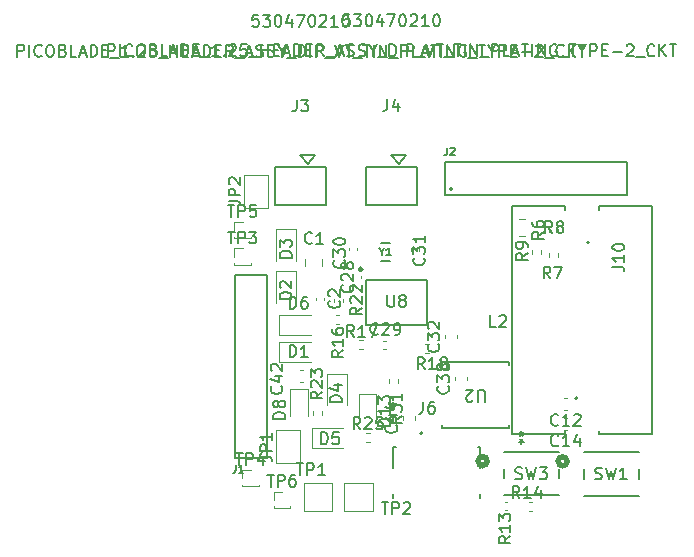
<source format=gbr>
%TF.GenerationSoftware,KiCad,Pcbnew,9.0.0*%
%TF.CreationDate,2025-05-02T09:45:38-07:00*%
%TF.ProjectId,OuterBoard_4.1,4f757465-7242-46f6-9172-645f342e312e,rev?*%
%TF.SameCoordinates,Original*%
%TF.FileFunction,Legend,Top*%
%TF.FilePolarity,Positive*%
%FSLAX46Y46*%
G04 Gerber Fmt 4.6, Leading zero omitted, Abs format (unit mm)*
G04 Created by KiCad (PCBNEW 9.0.0) date 2025-05-02 09:45:38*
%MOMM*%
%LPD*%
G01*
G04 APERTURE LIST*
%ADD10C,0.150000*%
%ADD11C,0.120000*%
%ADD12C,0.200000*%
%ADD13C,0.152400*%
%ADD14C,0.127000*%
%ADD15C,0.304800*%
%ADD16C,0.508000*%
G04 APERTURE END LIST*
D10*
X134779580Y-91602857D02*
X134827200Y-91650476D01*
X134827200Y-91650476D02*
X134874819Y-91793333D01*
X134874819Y-91793333D02*
X134874819Y-91888571D01*
X134874819Y-91888571D02*
X134827200Y-92031428D01*
X134827200Y-92031428D02*
X134731961Y-92126666D01*
X134731961Y-92126666D02*
X134636723Y-92174285D01*
X134636723Y-92174285D02*
X134446247Y-92221904D01*
X134446247Y-92221904D02*
X134303390Y-92221904D01*
X134303390Y-92221904D02*
X134112914Y-92174285D01*
X134112914Y-92174285D02*
X134017676Y-92126666D01*
X134017676Y-92126666D02*
X133922438Y-92031428D01*
X133922438Y-92031428D02*
X133874819Y-91888571D01*
X133874819Y-91888571D02*
X133874819Y-91793333D01*
X133874819Y-91793333D02*
X133922438Y-91650476D01*
X133922438Y-91650476D02*
X133970057Y-91602857D01*
X133874819Y-91269523D02*
X133874819Y-90650476D01*
X133874819Y-90650476D02*
X134255771Y-90983809D01*
X134255771Y-90983809D02*
X134255771Y-90840952D01*
X134255771Y-90840952D02*
X134303390Y-90745714D01*
X134303390Y-90745714D02*
X134351009Y-90698095D01*
X134351009Y-90698095D02*
X134446247Y-90650476D01*
X134446247Y-90650476D02*
X134684342Y-90650476D01*
X134684342Y-90650476D02*
X134779580Y-90698095D01*
X134779580Y-90698095D02*
X134827200Y-90745714D01*
X134827200Y-90745714D02*
X134874819Y-90840952D01*
X134874819Y-90840952D02*
X134874819Y-91126666D01*
X134874819Y-91126666D02*
X134827200Y-91221904D01*
X134827200Y-91221904D02*
X134779580Y-91269523D01*
X133970057Y-90269523D02*
X133922438Y-90221904D01*
X133922438Y-90221904D02*
X133874819Y-90126666D01*
X133874819Y-90126666D02*
X133874819Y-89888571D01*
X133874819Y-89888571D02*
X133922438Y-89793333D01*
X133922438Y-89793333D02*
X133970057Y-89745714D01*
X133970057Y-89745714D02*
X134065295Y-89698095D01*
X134065295Y-89698095D02*
X134160533Y-89698095D01*
X134160533Y-89698095D02*
X134303390Y-89745714D01*
X134303390Y-89745714D02*
X134874819Y-90317142D01*
X134874819Y-90317142D02*
X134874819Y-89698095D01*
X135531467Y-74937676D02*
X135531467Y-75394819D01*
X135531467Y-75394819D02*
X135500990Y-75486247D01*
X135500990Y-75486247D02*
X135440038Y-75547200D01*
X135440038Y-75547200D02*
X135348609Y-75577676D01*
X135348609Y-75577676D02*
X135287657Y-75577676D01*
X135805752Y-74998628D02*
X135836228Y-74968152D01*
X135836228Y-74968152D02*
X135897181Y-74937676D01*
X135897181Y-74937676D02*
X136049562Y-74937676D01*
X136049562Y-74937676D02*
X136110514Y-74968152D01*
X136110514Y-74968152D02*
X136140990Y-74998628D01*
X136140990Y-74998628D02*
X136171467Y-75059580D01*
X136171467Y-75059580D02*
X136171467Y-75120533D01*
X136171467Y-75120533D02*
X136140990Y-75211961D01*
X136140990Y-75211961D02*
X135775276Y-75577676D01*
X135775276Y-75577676D02*
X136171467Y-75577676D01*
X144927142Y-98409580D02*
X144879523Y-98457200D01*
X144879523Y-98457200D02*
X144736666Y-98504819D01*
X144736666Y-98504819D02*
X144641428Y-98504819D01*
X144641428Y-98504819D02*
X144498571Y-98457200D01*
X144498571Y-98457200D02*
X144403333Y-98361961D01*
X144403333Y-98361961D02*
X144355714Y-98266723D01*
X144355714Y-98266723D02*
X144308095Y-98076247D01*
X144308095Y-98076247D02*
X144308095Y-97933390D01*
X144308095Y-97933390D02*
X144355714Y-97742914D01*
X144355714Y-97742914D02*
X144403333Y-97647676D01*
X144403333Y-97647676D02*
X144498571Y-97552438D01*
X144498571Y-97552438D02*
X144641428Y-97504819D01*
X144641428Y-97504819D02*
X144736666Y-97504819D01*
X144736666Y-97504819D02*
X144879523Y-97552438D01*
X144879523Y-97552438D02*
X144927142Y-97600057D01*
X145879523Y-98504819D02*
X145308095Y-98504819D01*
X145593809Y-98504819D02*
X145593809Y-97504819D01*
X145593809Y-97504819D02*
X145498571Y-97647676D01*
X145498571Y-97647676D02*
X145403333Y-97742914D01*
X145403333Y-97742914D02*
X145308095Y-97790533D01*
X146260476Y-97600057D02*
X146308095Y-97552438D01*
X146308095Y-97552438D02*
X146403333Y-97504819D01*
X146403333Y-97504819D02*
X146641428Y-97504819D01*
X146641428Y-97504819D02*
X146736666Y-97552438D01*
X146736666Y-97552438D02*
X146784285Y-97600057D01*
X146784285Y-97600057D02*
X146831904Y-97695295D01*
X146831904Y-97695295D02*
X146831904Y-97790533D01*
X146831904Y-97790533D02*
X146784285Y-97933390D01*
X146784285Y-97933390D02*
X146212857Y-98504819D01*
X146212857Y-98504819D02*
X146831904Y-98504819D01*
X138701904Y-96445180D02*
X138701904Y-95635657D01*
X138701904Y-95635657D02*
X138654285Y-95540419D01*
X138654285Y-95540419D02*
X138606666Y-95492800D01*
X138606666Y-95492800D02*
X138511428Y-95445180D01*
X138511428Y-95445180D02*
X138320952Y-95445180D01*
X138320952Y-95445180D02*
X138225714Y-95492800D01*
X138225714Y-95492800D02*
X138178095Y-95540419D01*
X138178095Y-95540419D02*
X138130476Y-95635657D01*
X138130476Y-95635657D02*
X138130476Y-96445180D01*
X137701904Y-96349942D02*
X137654285Y-96397561D01*
X137654285Y-96397561D02*
X137559047Y-96445180D01*
X137559047Y-96445180D02*
X137320952Y-96445180D01*
X137320952Y-96445180D02*
X137225714Y-96397561D01*
X137225714Y-96397561D02*
X137178095Y-96349942D01*
X137178095Y-96349942D02*
X137130476Y-96254704D01*
X137130476Y-96254704D02*
X137130476Y-96159466D01*
X137130476Y-96159466D02*
X137178095Y-96016609D01*
X137178095Y-96016609D02*
X137749523Y-95445180D01*
X137749523Y-95445180D02*
X137130476Y-95445180D01*
X141826199Y-100051980D02*
X141826199Y-99813885D01*
X142064294Y-99909123D02*
X141826199Y-99813885D01*
X141826199Y-99813885D02*
X141588104Y-99909123D01*
X141969056Y-99623409D02*
X141826199Y-99813885D01*
X141826199Y-99813885D02*
X141683342Y-99623409D01*
X141826200Y-98961619D02*
X141826200Y-99199714D01*
X141588105Y-99104476D02*
X141826200Y-99199714D01*
X141826200Y-99199714D02*
X142064295Y-99104476D01*
X141683343Y-99390190D02*
X141826200Y-99199714D01*
X141826200Y-99199714D02*
X141969057Y-99390190D01*
X140888619Y-107837857D02*
X140412428Y-108171190D01*
X140888619Y-108409285D02*
X139888619Y-108409285D01*
X139888619Y-108409285D02*
X139888619Y-108028333D01*
X139888619Y-108028333D02*
X139936238Y-107933095D01*
X139936238Y-107933095D02*
X139983857Y-107885476D01*
X139983857Y-107885476D02*
X140079095Y-107837857D01*
X140079095Y-107837857D02*
X140221952Y-107837857D01*
X140221952Y-107837857D02*
X140317190Y-107885476D01*
X140317190Y-107885476D02*
X140364809Y-107933095D01*
X140364809Y-107933095D02*
X140412428Y-108028333D01*
X140412428Y-108028333D02*
X140412428Y-108409285D01*
X140888619Y-106885476D02*
X140888619Y-107456904D01*
X140888619Y-107171190D02*
X139888619Y-107171190D01*
X139888619Y-107171190D02*
X140031476Y-107266428D01*
X140031476Y-107266428D02*
X140126714Y-107361666D01*
X140126714Y-107361666D02*
X140174333Y-107456904D01*
X139888619Y-106552142D02*
X139888619Y-105933095D01*
X139888619Y-105933095D02*
X140269571Y-106266428D01*
X140269571Y-106266428D02*
X140269571Y-106123571D01*
X140269571Y-106123571D02*
X140317190Y-106028333D01*
X140317190Y-106028333D02*
X140364809Y-105980714D01*
X140364809Y-105980714D02*
X140460047Y-105933095D01*
X140460047Y-105933095D02*
X140698142Y-105933095D01*
X140698142Y-105933095D02*
X140793380Y-105980714D01*
X140793380Y-105980714D02*
X140841000Y-106028333D01*
X140841000Y-106028333D02*
X140888619Y-106123571D01*
X140888619Y-106123571D02*
X140888619Y-106409285D01*
X140888619Y-106409285D02*
X140841000Y-106504523D01*
X140841000Y-106504523D02*
X140793380Y-106552142D01*
X133546580Y-84302893D02*
X133594200Y-84350512D01*
X133594200Y-84350512D02*
X133641819Y-84493369D01*
X133641819Y-84493369D02*
X133641819Y-84588607D01*
X133641819Y-84588607D02*
X133594200Y-84731464D01*
X133594200Y-84731464D02*
X133498961Y-84826702D01*
X133498961Y-84826702D02*
X133403723Y-84874321D01*
X133403723Y-84874321D02*
X133213247Y-84921940D01*
X133213247Y-84921940D02*
X133070390Y-84921940D01*
X133070390Y-84921940D02*
X132879914Y-84874321D01*
X132879914Y-84874321D02*
X132784676Y-84826702D01*
X132784676Y-84826702D02*
X132689438Y-84731464D01*
X132689438Y-84731464D02*
X132641819Y-84588607D01*
X132641819Y-84588607D02*
X132641819Y-84493369D01*
X132641819Y-84493369D02*
X132689438Y-84350512D01*
X132689438Y-84350512D02*
X132737057Y-84302893D01*
X132641819Y-83969559D02*
X132641819Y-83350512D01*
X132641819Y-83350512D02*
X133022771Y-83683845D01*
X133022771Y-83683845D02*
X133022771Y-83540988D01*
X133022771Y-83540988D02*
X133070390Y-83445750D01*
X133070390Y-83445750D02*
X133118009Y-83398131D01*
X133118009Y-83398131D02*
X133213247Y-83350512D01*
X133213247Y-83350512D02*
X133451342Y-83350512D01*
X133451342Y-83350512D02*
X133546580Y-83398131D01*
X133546580Y-83398131D02*
X133594200Y-83445750D01*
X133594200Y-83445750D02*
X133641819Y-83540988D01*
X133641819Y-83540988D02*
X133641819Y-83826702D01*
X133641819Y-83826702D02*
X133594200Y-83921940D01*
X133594200Y-83921940D02*
X133546580Y-83969559D01*
X133641819Y-82398131D02*
X133641819Y-82969559D01*
X133641819Y-82683845D02*
X132641819Y-82683845D01*
X132641819Y-82683845D02*
X132784676Y-82779083D01*
X132784676Y-82779083D02*
X132879914Y-82874321D01*
X132879914Y-82874321D02*
X132927533Y-82969559D01*
X116958095Y-82064819D02*
X117529523Y-82064819D01*
X117243809Y-83064819D02*
X117243809Y-82064819D01*
X117862857Y-83064819D02*
X117862857Y-82064819D01*
X117862857Y-82064819D02*
X118243809Y-82064819D01*
X118243809Y-82064819D02*
X118339047Y-82112438D01*
X118339047Y-82112438D02*
X118386666Y-82160057D01*
X118386666Y-82160057D02*
X118434285Y-82255295D01*
X118434285Y-82255295D02*
X118434285Y-82398152D01*
X118434285Y-82398152D02*
X118386666Y-82493390D01*
X118386666Y-82493390D02*
X118339047Y-82541009D01*
X118339047Y-82541009D02*
X118243809Y-82588628D01*
X118243809Y-82588628D02*
X117862857Y-82588628D01*
X118767619Y-82064819D02*
X119386666Y-82064819D01*
X119386666Y-82064819D02*
X119053333Y-82445771D01*
X119053333Y-82445771D02*
X119196190Y-82445771D01*
X119196190Y-82445771D02*
X119291428Y-82493390D01*
X119291428Y-82493390D02*
X119339047Y-82541009D01*
X119339047Y-82541009D02*
X119386666Y-82636247D01*
X119386666Y-82636247D02*
X119386666Y-82874342D01*
X119386666Y-82874342D02*
X119339047Y-82969580D01*
X119339047Y-82969580D02*
X119291428Y-83017200D01*
X119291428Y-83017200D02*
X119196190Y-83064819D01*
X119196190Y-83064819D02*
X118910476Y-83064819D01*
X118910476Y-83064819D02*
X118815238Y-83017200D01*
X118815238Y-83017200D02*
X118767619Y-82969580D01*
X121819219Y-97902094D02*
X120819219Y-97902094D01*
X120819219Y-97902094D02*
X120819219Y-97663999D01*
X120819219Y-97663999D02*
X120866838Y-97521142D01*
X120866838Y-97521142D02*
X120962076Y-97425904D01*
X120962076Y-97425904D02*
X121057314Y-97378285D01*
X121057314Y-97378285D02*
X121247790Y-97330666D01*
X121247790Y-97330666D02*
X121390647Y-97330666D01*
X121390647Y-97330666D02*
X121581123Y-97378285D01*
X121581123Y-97378285D02*
X121676361Y-97425904D01*
X121676361Y-97425904D02*
X121771600Y-97521142D01*
X121771600Y-97521142D02*
X121819219Y-97663999D01*
X121819219Y-97663999D02*
X121819219Y-97902094D01*
X121247790Y-96759237D02*
X121200171Y-96854475D01*
X121200171Y-96854475D02*
X121152552Y-96902094D01*
X121152552Y-96902094D02*
X121057314Y-96949713D01*
X121057314Y-96949713D02*
X121009695Y-96949713D01*
X121009695Y-96949713D02*
X120914457Y-96902094D01*
X120914457Y-96902094D02*
X120866838Y-96854475D01*
X120866838Y-96854475D02*
X120819219Y-96759237D01*
X120819219Y-96759237D02*
X120819219Y-96568761D01*
X120819219Y-96568761D02*
X120866838Y-96473523D01*
X120866838Y-96473523D02*
X120914457Y-96425904D01*
X120914457Y-96425904D02*
X121009695Y-96378285D01*
X121009695Y-96378285D02*
X121057314Y-96378285D01*
X121057314Y-96378285D02*
X121152552Y-96425904D01*
X121152552Y-96425904D02*
X121200171Y-96473523D01*
X121200171Y-96473523D02*
X121247790Y-96568761D01*
X121247790Y-96568761D02*
X121247790Y-96759237D01*
X121247790Y-96759237D02*
X121295409Y-96854475D01*
X121295409Y-96854475D02*
X121343028Y-96902094D01*
X121343028Y-96902094D02*
X121438266Y-96949713D01*
X121438266Y-96949713D02*
X121628742Y-96949713D01*
X121628742Y-96949713D02*
X121723980Y-96902094D01*
X121723980Y-96902094D02*
X121771600Y-96854475D01*
X121771600Y-96854475D02*
X121819219Y-96759237D01*
X121819219Y-96759237D02*
X121819219Y-96568761D01*
X121819219Y-96568761D02*
X121771600Y-96473523D01*
X121771600Y-96473523D02*
X121723980Y-96425904D01*
X121723980Y-96425904D02*
X121628742Y-96378285D01*
X121628742Y-96378285D02*
X121438266Y-96378285D01*
X121438266Y-96378285D02*
X121343028Y-96425904D01*
X121343028Y-96425904D02*
X121295409Y-96473523D01*
X121295409Y-96473523D02*
X121247790Y-96568761D01*
X116948095Y-79824819D02*
X117519523Y-79824819D01*
X117233809Y-80824819D02*
X117233809Y-79824819D01*
X117852857Y-80824819D02*
X117852857Y-79824819D01*
X117852857Y-79824819D02*
X118233809Y-79824819D01*
X118233809Y-79824819D02*
X118329047Y-79872438D01*
X118329047Y-79872438D02*
X118376666Y-79920057D01*
X118376666Y-79920057D02*
X118424285Y-80015295D01*
X118424285Y-80015295D02*
X118424285Y-80158152D01*
X118424285Y-80158152D02*
X118376666Y-80253390D01*
X118376666Y-80253390D02*
X118329047Y-80301009D01*
X118329047Y-80301009D02*
X118233809Y-80348628D01*
X118233809Y-80348628D02*
X117852857Y-80348628D01*
X119329047Y-79824819D02*
X118852857Y-79824819D01*
X118852857Y-79824819D02*
X118805238Y-80301009D01*
X118805238Y-80301009D02*
X118852857Y-80253390D01*
X118852857Y-80253390D02*
X118948095Y-80205771D01*
X118948095Y-80205771D02*
X119186190Y-80205771D01*
X119186190Y-80205771D02*
X119281428Y-80253390D01*
X119281428Y-80253390D02*
X119329047Y-80301009D01*
X119329047Y-80301009D02*
X119376666Y-80396247D01*
X119376666Y-80396247D02*
X119376666Y-80634342D01*
X119376666Y-80634342D02*
X119329047Y-80729580D01*
X119329047Y-80729580D02*
X119281428Y-80777200D01*
X119281428Y-80777200D02*
X119186190Y-80824819D01*
X119186190Y-80824819D02*
X118948095Y-80824819D01*
X118948095Y-80824819D02*
X118852857Y-80777200D01*
X118852857Y-80777200D02*
X118805238Y-80729580D01*
X117024819Y-79463333D02*
X117739104Y-79463333D01*
X117739104Y-79463333D02*
X117881961Y-79510952D01*
X117881961Y-79510952D02*
X117977200Y-79606190D01*
X117977200Y-79606190D02*
X118024819Y-79749047D01*
X118024819Y-79749047D02*
X118024819Y-79844285D01*
X118024819Y-78987142D02*
X117024819Y-78987142D01*
X117024819Y-78987142D02*
X117024819Y-78606190D01*
X117024819Y-78606190D02*
X117072438Y-78510952D01*
X117072438Y-78510952D02*
X117120057Y-78463333D01*
X117120057Y-78463333D02*
X117215295Y-78415714D01*
X117215295Y-78415714D02*
X117358152Y-78415714D01*
X117358152Y-78415714D02*
X117453390Y-78463333D01*
X117453390Y-78463333D02*
X117501009Y-78510952D01*
X117501009Y-78510952D02*
X117548628Y-78606190D01*
X117548628Y-78606190D02*
X117548628Y-78987142D01*
X117120057Y-78034761D02*
X117072438Y-77987142D01*
X117072438Y-77987142D02*
X117024819Y-77891904D01*
X117024819Y-77891904D02*
X117024819Y-77653809D01*
X117024819Y-77653809D02*
X117072438Y-77558571D01*
X117072438Y-77558571D02*
X117120057Y-77510952D01*
X117120057Y-77510952D02*
X117215295Y-77463333D01*
X117215295Y-77463333D02*
X117310533Y-77463333D01*
X117310533Y-77463333D02*
X117453390Y-77510952D01*
X117453390Y-77510952D02*
X118024819Y-78082380D01*
X118024819Y-78082380D02*
X118024819Y-77463333D01*
X143724819Y-82073866D02*
X143248628Y-82407199D01*
X143724819Y-82645294D02*
X142724819Y-82645294D01*
X142724819Y-82645294D02*
X142724819Y-82264342D01*
X142724819Y-82264342D02*
X142772438Y-82169104D01*
X142772438Y-82169104D02*
X142820057Y-82121485D01*
X142820057Y-82121485D02*
X142915295Y-82073866D01*
X142915295Y-82073866D02*
X143058152Y-82073866D01*
X143058152Y-82073866D02*
X143153390Y-82121485D01*
X143153390Y-82121485D02*
X143201009Y-82169104D01*
X143201009Y-82169104D02*
X143248628Y-82264342D01*
X143248628Y-82264342D02*
X143248628Y-82645294D01*
X142724819Y-81216723D02*
X142724819Y-81407199D01*
X142724819Y-81407199D02*
X142772438Y-81502437D01*
X142772438Y-81502437D02*
X142820057Y-81550056D01*
X142820057Y-81550056D02*
X142962914Y-81645294D01*
X142962914Y-81645294D02*
X143153390Y-81692913D01*
X143153390Y-81692913D02*
X143534342Y-81692913D01*
X143534342Y-81692913D02*
X143629580Y-81645294D01*
X143629580Y-81645294D02*
X143677200Y-81597675D01*
X143677200Y-81597675D02*
X143724819Y-81502437D01*
X143724819Y-81502437D02*
X143724819Y-81311961D01*
X143724819Y-81311961D02*
X143677200Y-81216723D01*
X143677200Y-81216723D02*
X143629580Y-81169104D01*
X143629580Y-81169104D02*
X143534342Y-81121485D01*
X143534342Y-81121485D02*
X143296247Y-81121485D01*
X143296247Y-81121485D02*
X143201009Y-81169104D01*
X143201009Y-81169104D02*
X143153390Y-81216723D01*
X143153390Y-81216723D02*
X143105771Y-81311961D01*
X143105771Y-81311961D02*
X143105771Y-81502437D01*
X143105771Y-81502437D02*
X143153390Y-81597675D01*
X143153390Y-81597675D02*
X143201009Y-81645294D01*
X143201009Y-81645294D02*
X143296247Y-81692913D01*
X149524519Y-85045523D02*
X150238804Y-85045523D01*
X150238804Y-85045523D02*
X150381661Y-85093142D01*
X150381661Y-85093142D02*
X150476900Y-85188380D01*
X150476900Y-85188380D02*
X150524519Y-85331237D01*
X150524519Y-85331237D02*
X150524519Y-85426475D01*
X150524519Y-84045523D02*
X150524519Y-84616951D01*
X150524519Y-84331237D02*
X149524519Y-84331237D01*
X149524519Y-84331237D02*
X149667376Y-84426475D01*
X149667376Y-84426475D02*
X149762614Y-84521713D01*
X149762614Y-84521713D02*
X149810233Y-84616951D01*
X149524519Y-83426475D02*
X149524519Y-83331237D01*
X149524519Y-83331237D02*
X149572138Y-83235999D01*
X149572138Y-83235999D02*
X149619757Y-83188380D01*
X149619757Y-83188380D02*
X149714995Y-83140761D01*
X149714995Y-83140761D02*
X149905471Y-83093142D01*
X149905471Y-83093142D02*
X150143566Y-83093142D01*
X150143566Y-83093142D02*
X150334042Y-83140761D01*
X150334042Y-83140761D02*
X150429280Y-83188380D01*
X150429280Y-83188380D02*
X150476900Y-83235999D01*
X150476900Y-83235999D02*
X150524519Y-83331237D01*
X150524519Y-83331237D02*
X150524519Y-83426475D01*
X150524519Y-83426475D02*
X150476900Y-83521713D01*
X150476900Y-83521713D02*
X150429280Y-83569332D01*
X150429280Y-83569332D02*
X150334042Y-83616951D01*
X150334042Y-83616951D02*
X150143566Y-83664570D01*
X150143566Y-83664570D02*
X149905471Y-83664570D01*
X149905471Y-83664570D02*
X149714995Y-83616951D01*
X149714995Y-83616951D02*
X149619757Y-83569332D01*
X149619757Y-83569332D02*
X149572138Y-83521713D01*
X149572138Y-83521713D02*
X149524519Y-83426475D01*
X122344819Y-87760594D02*
X121344819Y-87760594D01*
X121344819Y-87760594D02*
X121344819Y-87522499D01*
X121344819Y-87522499D02*
X121392438Y-87379642D01*
X121392438Y-87379642D02*
X121487676Y-87284404D01*
X121487676Y-87284404D02*
X121582914Y-87236785D01*
X121582914Y-87236785D02*
X121773390Y-87189166D01*
X121773390Y-87189166D02*
X121916247Y-87189166D01*
X121916247Y-87189166D02*
X122106723Y-87236785D01*
X122106723Y-87236785D02*
X122201961Y-87284404D01*
X122201961Y-87284404D02*
X122297200Y-87379642D01*
X122297200Y-87379642D02*
X122344819Y-87522499D01*
X122344819Y-87522499D02*
X122344819Y-87760594D01*
X121440057Y-86808213D02*
X121392438Y-86760594D01*
X121392438Y-86760594D02*
X121344819Y-86665356D01*
X121344819Y-86665356D02*
X121344819Y-86427261D01*
X121344819Y-86427261D02*
X121392438Y-86332023D01*
X121392438Y-86332023D02*
X121440057Y-86284404D01*
X121440057Y-86284404D02*
X121535295Y-86236785D01*
X121535295Y-86236785D02*
X121630533Y-86236785D01*
X121630533Y-86236785D02*
X121773390Y-86284404D01*
X121773390Y-86284404D02*
X122344819Y-86855832D01*
X122344819Y-86855832D02*
X122344819Y-86236785D01*
X121497180Y-95166857D02*
X121544800Y-95214476D01*
X121544800Y-95214476D02*
X121592419Y-95357333D01*
X121592419Y-95357333D02*
X121592419Y-95452571D01*
X121592419Y-95452571D02*
X121544800Y-95595428D01*
X121544800Y-95595428D02*
X121449561Y-95690666D01*
X121449561Y-95690666D02*
X121354323Y-95738285D01*
X121354323Y-95738285D02*
X121163847Y-95785904D01*
X121163847Y-95785904D02*
X121020990Y-95785904D01*
X121020990Y-95785904D02*
X120830514Y-95738285D01*
X120830514Y-95738285D02*
X120735276Y-95690666D01*
X120735276Y-95690666D02*
X120640038Y-95595428D01*
X120640038Y-95595428D02*
X120592419Y-95452571D01*
X120592419Y-95452571D02*
X120592419Y-95357333D01*
X120592419Y-95357333D02*
X120640038Y-95214476D01*
X120640038Y-95214476D02*
X120687657Y-95166857D01*
X120925752Y-94309714D02*
X121592419Y-94309714D01*
X120544800Y-94547809D02*
X121259085Y-94785904D01*
X121259085Y-94785904D02*
X121259085Y-94166857D01*
X120687657Y-93833523D02*
X120640038Y-93785904D01*
X120640038Y-93785904D02*
X120592419Y-93690666D01*
X120592419Y-93690666D02*
X120592419Y-93452571D01*
X120592419Y-93452571D02*
X120640038Y-93357333D01*
X120640038Y-93357333D02*
X120687657Y-93309714D01*
X120687657Y-93309714D02*
X120782895Y-93262095D01*
X120782895Y-93262095D02*
X120878133Y-93262095D01*
X120878133Y-93262095D02*
X121020990Y-93309714D01*
X121020990Y-93309714D02*
X121592419Y-93881142D01*
X121592419Y-93881142D02*
X121592419Y-93262095D01*
X122360219Y-84253594D02*
X121360219Y-84253594D01*
X121360219Y-84253594D02*
X121360219Y-84015499D01*
X121360219Y-84015499D02*
X121407838Y-83872642D01*
X121407838Y-83872642D02*
X121503076Y-83777404D01*
X121503076Y-83777404D02*
X121598314Y-83729785D01*
X121598314Y-83729785D02*
X121788790Y-83682166D01*
X121788790Y-83682166D02*
X121931647Y-83682166D01*
X121931647Y-83682166D02*
X122122123Y-83729785D01*
X122122123Y-83729785D02*
X122217361Y-83777404D01*
X122217361Y-83777404D02*
X122312600Y-83872642D01*
X122312600Y-83872642D02*
X122360219Y-84015499D01*
X122360219Y-84015499D02*
X122360219Y-84253594D01*
X121360219Y-83348832D02*
X121360219Y-82729785D01*
X121360219Y-82729785D02*
X121741171Y-83063118D01*
X121741171Y-83063118D02*
X121741171Y-82920261D01*
X121741171Y-82920261D02*
X121788790Y-82825023D01*
X121788790Y-82825023D02*
X121836409Y-82777404D01*
X121836409Y-82777404D02*
X121931647Y-82729785D01*
X121931647Y-82729785D02*
X122169742Y-82729785D01*
X122169742Y-82729785D02*
X122264980Y-82777404D01*
X122264980Y-82777404D02*
X122312600Y-82825023D01*
X122312600Y-82825023D02*
X122360219Y-82920261D01*
X122360219Y-82920261D02*
X122360219Y-83205975D01*
X122360219Y-83205975D02*
X122312600Y-83301213D01*
X122312600Y-83301213D02*
X122264980Y-83348832D01*
X144266333Y-86026819D02*
X143933000Y-85550628D01*
X143694905Y-86026819D02*
X143694905Y-85026819D01*
X143694905Y-85026819D02*
X144075857Y-85026819D01*
X144075857Y-85026819D02*
X144171095Y-85074438D01*
X144171095Y-85074438D02*
X144218714Y-85122057D01*
X144218714Y-85122057D02*
X144266333Y-85217295D01*
X144266333Y-85217295D02*
X144266333Y-85360152D01*
X144266333Y-85360152D02*
X144218714Y-85455390D01*
X144218714Y-85455390D02*
X144171095Y-85503009D01*
X144171095Y-85503009D02*
X144075857Y-85550628D01*
X144075857Y-85550628D02*
X143694905Y-85550628D01*
X144599667Y-85026819D02*
X145266333Y-85026819D01*
X145266333Y-85026819D02*
X144837762Y-86026819D01*
X130674819Y-98484285D02*
X129674819Y-98484285D01*
X129674819Y-98484285D02*
X129674819Y-98246190D01*
X129674819Y-98246190D02*
X129722438Y-98103333D01*
X129722438Y-98103333D02*
X129817676Y-98008095D01*
X129817676Y-98008095D02*
X129912914Y-97960476D01*
X129912914Y-97960476D02*
X130103390Y-97912857D01*
X130103390Y-97912857D02*
X130246247Y-97912857D01*
X130246247Y-97912857D02*
X130436723Y-97960476D01*
X130436723Y-97960476D02*
X130531961Y-98008095D01*
X130531961Y-98008095D02*
X130627200Y-98103333D01*
X130627200Y-98103333D02*
X130674819Y-98246190D01*
X130674819Y-98246190D02*
X130674819Y-98484285D01*
X130674819Y-96960476D02*
X130674819Y-97531904D01*
X130674819Y-97246190D02*
X129674819Y-97246190D01*
X129674819Y-97246190D02*
X129817676Y-97341428D01*
X129817676Y-97341428D02*
X129912914Y-97436666D01*
X129912914Y-97436666D02*
X129960533Y-97531904D01*
X129674819Y-96627142D02*
X129674819Y-96008095D01*
X129674819Y-96008095D02*
X130055771Y-96341428D01*
X130055771Y-96341428D02*
X130055771Y-96198571D01*
X130055771Y-96198571D02*
X130103390Y-96103333D01*
X130103390Y-96103333D02*
X130151009Y-96055714D01*
X130151009Y-96055714D02*
X130246247Y-96008095D01*
X130246247Y-96008095D02*
X130484342Y-96008095D01*
X130484342Y-96008095D02*
X130579580Y-96055714D01*
X130579580Y-96055714D02*
X130627200Y-96103333D01*
X130627200Y-96103333D02*
X130674819Y-96198571D01*
X130674819Y-96198571D02*
X130674819Y-96484285D01*
X130674819Y-96484285D02*
X130627200Y-96579523D01*
X130627200Y-96579523D02*
X130579580Y-96627142D01*
X128177142Y-98784819D02*
X127843809Y-98308628D01*
X127605714Y-98784819D02*
X127605714Y-97784819D01*
X127605714Y-97784819D02*
X127986666Y-97784819D01*
X127986666Y-97784819D02*
X128081904Y-97832438D01*
X128081904Y-97832438D02*
X128129523Y-97880057D01*
X128129523Y-97880057D02*
X128177142Y-97975295D01*
X128177142Y-97975295D02*
X128177142Y-98118152D01*
X128177142Y-98118152D02*
X128129523Y-98213390D01*
X128129523Y-98213390D02*
X128081904Y-98261009D01*
X128081904Y-98261009D02*
X127986666Y-98308628D01*
X127986666Y-98308628D02*
X127605714Y-98308628D01*
X128558095Y-97880057D02*
X128605714Y-97832438D01*
X128605714Y-97832438D02*
X128700952Y-97784819D01*
X128700952Y-97784819D02*
X128939047Y-97784819D01*
X128939047Y-97784819D02*
X129034285Y-97832438D01*
X129034285Y-97832438D02*
X129081904Y-97880057D01*
X129081904Y-97880057D02*
X129129523Y-97975295D01*
X129129523Y-97975295D02*
X129129523Y-98070533D01*
X129129523Y-98070533D02*
X129081904Y-98213390D01*
X129081904Y-98213390D02*
X128510476Y-98784819D01*
X128510476Y-98784819D02*
X129129523Y-98784819D01*
X130034285Y-97784819D02*
X129558095Y-97784819D01*
X129558095Y-97784819D02*
X129510476Y-98261009D01*
X129510476Y-98261009D02*
X129558095Y-98213390D01*
X129558095Y-98213390D02*
X129653333Y-98165771D01*
X129653333Y-98165771D02*
X129891428Y-98165771D01*
X129891428Y-98165771D02*
X129986666Y-98213390D01*
X129986666Y-98213390D02*
X130034285Y-98261009D01*
X130034285Y-98261009D02*
X130081904Y-98356247D01*
X130081904Y-98356247D02*
X130081904Y-98594342D01*
X130081904Y-98594342D02*
X130034285Y-98689580D01*
X130034285Y-98689580D02*
X129986666Y-98737200D01*
X129986666Y-98737200D02*
X129891428Y-98784819D01*
X129891428Y-98784819D02*
X129653333Y-98784819D01*
X129653333Y-98784819D02*
X129558095Y-98737200D01*
X129558095Y-98737200D02*
X129510476Y-98689580D01*
X139678333Y-90127819D02*
X139202143Y-90127819D01*
X139202143Y-90127819D02*
X139202143Y-89127819D01*
X139964048Y-89223057D02*
X140011667Y-89175438D01*
X140011667Y-89175438D02*
X140106905Y-89127819D01*
X140106905Y-89127819D02*
X140345000Y-89127819D01*
X140345000Y-89127819D02*
X140440238Y-89175438D01*
X140440238Y-89175438D02*
X140487857Y-89223057D01*
X140487857Y-89223057D02*
X140535476Y-89318295D01*
X140535476Y-89318295D02*
X140535476Y-89413533D01*
X140535476Y-89413533D02*
X140487857Y-89556390D01*
X140487857Y-89556390D02*
X139916429Y-90127819D01*
X139916429Y-90127819D02*
X140535476Y-90127819D01*
X126805780Y-84499857D02*
X126853400Y-84547476D01*
X126853400Y-84547476D02*
X126901019Y-84690333D01*
X126901019Y-84690333D02*
X126901019Y-84785571D01*
X126901019Y-84785571D02*
X126853400Y-84928428D01*
X126853400Y-84928428D02*
X126758161Y-85023666D01*
X126758161Y-85023666D02*
X126662923Y-85071285D01*
X126662923Y-85071285D02*
X126472447Y-85118904D01*
X126472447Y-85118904D02*
X126329590Y-85118904D01*
X126329590Y-85118904D02*
X126139114Y-85071285D01*
X126139114Y-85071285D02*
X126043876Y-85023666D01*
X126043876Y-85023666D02*
X125948638Y-84928428D01*
X125948638Y-84928428D02*
X125901019Y-84785571D01*
X125901019Y-84785571D02*
X125901019Y-84690333D01*
X125901019Y-84690333D02*
X125948638Y-84547476D01*
X125948638Y-84547476D02*
X125996257Y-84499857D01*
X125901019Y-84166523D02*
X125901019Y-83547476D01*
X125901019Y-83547476D02*
X126281971Y-83880809D01*
X126281971Y-83880809D02*
X126281971Y-83737952D01*
X126281971Y-83737952D02*
X126329590Y-83642714D01*
X126329590Y-83642714D02*
X126377209Y-83595095D01*
X126377209Y-83595095D02*
X126472447Y-83547476D01*
X126472447Y-83547476D02*
X126710542Y-83547476D01*
X126710542Y-83547476D02*
X126805780Y-83595095D01*
X126805780Y-83595095D02*
X126853400Y-83642714D01*
X126853400Y-83642714D02*
X126901019Y-83737952D01*
X126901019Y-83737952D02*
X126901019Y-84023666D01*
X126901019Y-84023666D02*
X126853400Y-84118904D01*
X126853400Y-84118904D02*
X126805780Y-84166523D01*
X125901019Y-82928428D02*
X125901019Y-82833190D01*
X125901019Y-82833190D02*
X125948638Y-82737952D01*
X125948638Y-82737952D02*
X125996257Y-82690333D01*
X125996257Y-82690333D02*
X126091495Y-82642714D01*
X126091495Y-82642714D02*
X126281971Y-82595095D01*
X126281971Y-82595095D02*
X126520066Y-82595095D01*
X126520066Y-82595095D02*
X126710542Y-82642714D01*
X126710542Y-82642714D02*
X126805780Y-82690333D01*
X126805780Y-82690333D02*
X126853400Y-82737952D01*
X126853400Y-82737952D02*
X126901019Y-82833190D01*
X126901019Y-82833190D02*
X126901019Y-82928428D01*
X126901019Y-82928428D02*
X126853400Y-83023666D01*
X126853400Y-83023666D02*
X126805780Y-83071285D01*
X126805780Y-83071285D02*
X126710542Y-83118904D01*
X126710542Y-83118904D02*
X126520066Y-83166523D01*
X126520066Y-83166523D02*
X126281971Y-83166523D01*
X126281971Y-83166523D02*
X126091495Y-83118904D01*
X126091495Y-83118904D02*
X125996257Y-83071285D01*
X125996257Y-83071285D02*
X125948638Y-83023666D01*
X125948638Y-83023666D02*
X125901019Y-82928428D01*
X144419233Y-82164819D02*
X144085900Y-81688628D01*
X143847805Y-82164819D02*
X143847805Y-81164819D01*
X143847805Y-81164819D02*
X144228757Y-81164819D01*
X144228757Y-81164819D02*
X144323995Y-81212438D01*
X144323995Y-81212438D02*
X144371614Y-81260057D01*
X144371614Y-81260057D02*
X144419233Y-81355295D01*
X144419233Y-81355295D02*
X144419233Y-81498152D01*
X144419233Y-81498152D02*
X144371614Y-81593390D01*
X144371614Y-81593390D02*
X144323995Y-81641009D01*
X144323995Y-81641009D02*
X144228757Y-81688628D01*
X144228757Y-81688628D02*
X143847805Y-81688628D01*
X144990662Y-81593390D02*
X144895424Y-81545771D01*
X144895424Y-81545771D02*
X144847805Y-81498152D01*
X144847805Y-81498152D02*
X144800186Y-81402914D01*
X144800186Y-81402914D02*
X144800186Y-81355295D01*
X144800186Y-81355295D02*
X144847805Y-81260057D01*
X144847805Y-81260057D02*
X144895424Y-81212438D01*
X144895424Y-81212438D02*
X144990662Y-81164819D01*
X144990662Y-81164819D02*
X145181138Y-81164819D01*
X145181138Y-81164819D02*
X145276376Y-81212438D01*
X145276376Y-81212438D02*
X145323995Y-81260057D01*
X145323995Y-81260057D02*
X145371614Y-81355295D01*
X145371614Y-81355295D02*
X145371614Y-81402914D01*
X145371614Y-81402914D02*
X145323995Y-81498152D01*
X145323995Y-81498152D02*
X145276376Y-81545771D01*
X145276376Y-81545771D02*
X145181138Y-81593390D01*
X145181138Y-81593390D02*
X144990662Y-81593390D01*
X144990662Y-81593390D02*
X144895424Y-81641009D01*
X144895424Y-81641009D02*
X144847805Y-81688628D01*
X144847805Y-81688628D02*
X144800186Y-81783866D01*
X144800186Y-81783866D02*
X144800186Y-81974342D01*
X144800186Y-81974342D02*
X144847805Y-82069580D01*
X144847805Y-82069580D02*
X144895424Y-82117200D01*
X144895424Y-82117200D02*
X144990662Y-82164819D01*
X144990662Y-82164819D02*
X145181138Y-82164819D01*
X145181138Y-82164819D02*
X145276376Y-82117200D01*
X145276376Y-82117200D02*
X145323995Y-82069580D01*
X145323995Y-82069580D02*
X145371614Y-81974342D01*
X145371614Y-81974342D02*
X145371614Y-81783866D01*
X145371614Y-81783866D02*
X145323995Y-81688628D01*
X145323995Y-81688628D02*
X145276376Y-81641009D01*
X145276376Y-81641009D02*
X145181138Y-81593390D01*
X129657942Y-90704180D02*
X129610323Y-90751800D01*
X129610323Y-90751800D02*
X129467466Y-90799419D01*
X129467466Y-90799419D02*
X129372228Y-90799419D01*
X129372228Y-90799419D02*
X129229371Y-90751800D01*
X129229371Y-90751800D02*
X129134133Y-90656561D01*
X129134133Y-90656561D02*
X129086514Y-90561323D01*
X129086514Y-90561323D02*
X129038895Y-90370847D01*
X129038895Y-90370847D02*
X129038895Y-90227990D01*
X129038895Y-90227990D02*
X129086514Y-90037514D01*
X129086514Y-90037514D02*
X129134133Y-89942276D01*
X129134133Y-89942276D02*
X129229371Y-89847038D01*
X129229371Y-89847038D02*
X129372228Y-89799419D01*
X129372228Y-89799419D02*
X129467466Y-89799419D01*
X129467466Y-89799419D02*
X129610323Y-89847038D01*
X129610323Y-89847038D02*
X129657942Y-89894657D01*
X130038895Y-89894657D02*
X130086514Y-89847038D01*
X130086514Y-89847038D02*
X130181752Y-89799419D01*
X130181752Y-89799419D02*
X130419847Y-89799419D01*
X130419847Y-89799419D02*
X130515085Y-89847038D01*
X130515085Y-89847038D02*
X130562704Y-89894657D01*
X130562704Y-89894657D02*
X130610323Y-89989895D01*
X130610323Y-89989895D02*
X130610323Y-90085133D01*
X130610323Y-90085133D02*
X130562704Y-90227990D01*
X130562704Y-90227990D02*
X129991276Y-90799419D01*
X129991276Y-90799419D02*
X130610323Y-90799419D01*
X131086514Y-90799419D02*
X131276990Y-90799419D01*
X131276990Y-90799419D02*
X131372228Y-90751800D01*
X131372228Y-90751800D02*
X131419847Y-90704180D01*
X131419847Y-90704180D02*
X131515085Y-90561323D01*
X131515085Y-90561323D02*
X131562704Y-90370847D01*
X131562704Y-90370847D02*
X131562704Y-89989895D01*
X131562704Y-89989895D02*
X131515085Y-89894657D01*
X131515085Y-89894657D02*
X131467466Y-89847038D01*
X131467466Y-89847038D02*
X131372228Y-89799419D01*
X131372228Y-89799419D02*
X131181752Y-89799419D01*
X131181752Y-89799419D02*
X131086514Y-89847038D01*
X131086514Y-89847038D02*
X131038895Y-89894657D01*
X131038895Y-89894657D02*
X130991276Y-89989895D01*
X130991276Y-89989895D02*
X130991276Y-90227990D01*
X130991276Y-90227990D02*
X131038895Y-90323228D01*
X131038895Y-90323228D02*
X131086514Y-90370847D01*
X131086514Y-90370847D02*
X131181752Y-90418466D01*
X131181752Y-90418466D02*
X131372228Y-90418466D01*
X131372228Y-90418466D02*
X131467466Y-90370847D01*
X131467466Y-90370847D02*
X131515085Y-90323228D01*
X131515085Y-90323228D02*
X131562704Y-90227990D01*
X144932142Y-100139580D02*
X144884523Y-100187200D01*
X144884523Y-100187200D02*
X144741666Y-100234819D01*
X144741666Y-100234819D02*
X144646428Y-100234819D01*
X144646428Y-100234819D02*
X144503571Y-100187200D01*
X144503571Y-100187200D02*
X144408333Y-100091961D01*
X144408333Y-100091961D02*
X144360714Y-99996723D01*
X144360714Y-99996723D02*
X144313095Y-99806247D01*
X144313095Y-99806247D02*
X144313095Y-99663390D01*
X144313095Y-99663390D02*
X144360714Y-99472914D01*
X144360714Y-99472914D02*
X144408333Y-99377676D01*
X144408333Y-99377676D02*
X144503571Y-99282438D01*
X144503571Y-99282438D02*
X144646428Y-99234819D01*
X144646428Y-99234819D02*
X144741666Y-99234819D01*
X144741666Y-99234819D02*
X144884523Y-99282438D01*
X144884523Y-99282438D02*
X144932142Y-99330057D01*
X145884523Y-100234819D02*
X145313095Y-100234819D01*
X145598809Y-100234819D02*
X145598809Y-99234819D01*
X145598809Y-99234819D02*
X145503571Y-99377676D01*
X145503571Y-99377676D02*
X145408333Y-99472914D01*
X145408333Y-99472914D02*
X145313095Y-99520533D01*
X146741666Y-99568152D02*
X146741666Y-100234819D01*
X146503571Y-99187200D02*
X146265476Y-99901485D01*
X146265476Y-99901485D02*
X146884523Y-99901485D01*
X122773895Y-101683419D02*
X123345323Y-101683419D01*
X123059609Y-102683419D02*
X123059609Y-101683419D01*
X123678657Y-102683419D02*
X123678657Y-101683419D01*
X123678657Y-101683419D02*
X124059609Y-101683419D01*
X124059609Y-101683419D02*
X124154847Y-101731038D01*
X124154847Y-101731038D02*
X124202466Y-101778657D01*
X124202466Y-101778657D02*
X124250085Y-101873895D01*
X124250085Y-101873895D02*
X124250085Y-102016752D01*
X124250085Y-102016752D02*
X124202466Y-102111990D01*
X124202466Y-102111990D02*
X124154847Y-102159609D01*
X124154847Y-102159609D02*
X124059609Y-102207228D01*
X124059609Y-102207228D02*
X123678657Y-102207228D01*
X125202466Y-102683419D02*
X124631038Y-102683419D01*
X124916752Y-102683419D02*
X124916752Y-101683419D01*
X124916752Y-101683419D02*
X124821514Y-101826276D01*
X124821514Y-101826276D02*
X124726276Y-101921514D01*
X124726276Y-101921514D02*
X124631038Y-101969133D01*
X120298095Y-102644819D02*
X120869523Y-102644819D01*
X120583809Y-103644819D02*
X120583809Y-102644819D01*
X121202857Y-103644819D02*
X121202857Y-102644819D01*
X121202857Y-102644819D02*
X121583809Y-102644819D01*
X121583809Y-102644819D02*
X121679047Y-102692438D01*
X121679047Y-102692438D02*
X121726666Y-102740057D01*
X121726666Y-102740057D02*
X121774285Y-102835295D01*
X121774285Y-102835295D02*
X121774285Y-102978152D01*
X121774285Y-102978152D02*
X121726666Y-103073390D01*
X121726666Y-103073390D02*
X121679047Y-103121009D01*
X121679047Y-103121009D02*
X121583809Y-103168628D01*
X121583809Y-103168628D02*
X121202857Y-103168628D01*
X122631428Y-102644819D02*
X122440952Y-102644819D01*
X122440952Y-102644819D02*
X122345714Y-102692438D01*
X122345714Y-102692438D02*
X122298095Y-102740057D01*
X122298095Y-102740057D02*
X122202857Y-102882914D01*
X122202857Y-102882914D02*
X122155238Y-103073390D01*
X122155238Y-103073390D02*
X122155238Y-103454342D01*
X122155238Y-103454342D02*
X122202857Y-103549580D01*
X122202857Y-103549580D02*
X122250476Y-103597200D01*
X122250476Y-103597200D02*
X122345714Y-103644819D01*
X122345714Y-103644819D02*
X122536190Y-103644819D01*
X122536190Y-103644819D02*
X122631428Y-103597200D01*
X122631428Y-103597200D02*
X122679047Y-103549580D01*
X122679047Y-103549580D02*
X122726666Y-103454342D01*
X122726666Y-103454342D02*
X122726666Y-103216247D01*
X122726666Y-103216247D02*
X122679047Y-103121009D01*
X122679047Y-103121009D02*
X122631428Y-103073390D01*
X122631428Y-103073390D02*
X122536190Y-103025771D01*
X122536190Y-103025771D02*
X122345714Y-103025771D01*
X122345714Y-103025771D02*
X122250476Y-103073390D01*
X122250476Y-103073390D02*
X122202857Y-103121009D01*
X122202857Y-103121009D02*
X122155238Y-103216247D01*
X122791667Y-70874819D02*
X122791667Y-71589104D01*
X122791667Y-71589104D02*
X122744048Y-71731961D01*
X122744048Y-71731961D02*
X122648810Y-71827200D01*
X122648810Y-71827200D02*
X122505953Y-71874819D01*
X122505953Y-71874819D02*
X122410715Y-71874819D01*
X123172620Y-70874819D02*
X123791667Y-70874819D01*
X123791667Y-70874819D02*
X123458334Y-71255771D01*
X123458334Y-71255771D02*
X123601191Y-71255771D01*
X123601191Y-71255771D02*
X123696429Y-71303390D01*
X123696429Y-71303390D02*
X123744048Y-71351009D01*
X123744048Y-71351009D02*
X123791667Y-71446247D01*
X123791667Y-71446247D02*
X123791667Y-71684342D01*
X123791667Y-71684342D02*
X123744048Y-71779580D01*
X123744048Y-71779580D02*
X123696429Y-71827200D01*
X123696429Y-71827200D02*
X123601191Y-71874819D01*
X123601191Y-71874819D02*
X123315477Y-71874819D01*
X123315477Y-71874819D02*
X123220239Y-71827200D01*
X123220239Y-71827200D02*
X123172620Y-71779580D01*
X99148809Y-67244819D02*
X99148809Y-66244819D01*
X99148809Y-66244819D02*
X99529761Y-66244819D01*
X99529761Y-66244819D02*
X99624999Y-66292438D01*
X99624999Y-66292438D02*
X99672618Y-66340057D01*
X99672618Y-66340057D02*
X99720237Y-66435295D01*
X99720237Y-66435295D02*
X99720237Y-66578152D01*
X99720237Y-66578152D02*
X99672618Y-66673390D01*
X99672618Y-66673390D02*
X99624999Y-66721009D01*
X99624999Y-66721009D02*
X99529761Y-66768628D01*
X99529761Y-66768628D02*
X99148809Y-66768628D01*
X100148809Y-67244819D02*
X100148809Y-66244819D01*
X101196427Y-67149580D02*
X101148808Y-67197200D01*
X101148808Y-67197200D02*
X101005951Y-67244819D01*
X101005951Y-67244819D02*
X100910713Y-67244819D01*
X100910713Y-67244819D02*
X100767856Y-67197200D01*
X100767856Y-67197200D02*
X100672618Y-67101961D01*
X100672618Y-67101961D02*
X100624999Y-67006723D01*
X100624999Y-67006723D02*
X100577380Y-66816247D01*
X100577380Y-66816247D02*
X100577380Y-66673390D01*
X100577380Y-66673390D02*
X100624999Y-66482914D01*
X100624999Y-66482914D02*
X100672618Y-66387676D01*
X100672618Y-66387676D02*
X100767856Y-66292438D01*
X100767856Y-66292438D02*
X100910713Y-66244819D01*
X100910713Y-66244819D02*
X101005951Y-66244819D01*
X101005951Y-66244819D02*
X101148808Y-66292438D01*
X101148808Y-66292438D02*
X101196427Y-66340057D01*
X101815475Y-66244819D02*
X102005951Y-66244819D01*
X102005951Y-66244819D02*
X102101189Y-66292438D01*
X102101189Y-66292438D02*
X102196427Y-66387676D01*
X102196427Y-66387676D02*
X102244046Y-66578152D01*
X102244046Y-66578152D02*
X102244046Y-66911485D01*
X102244046Y-66911485D02*
X102196427Y-67101961D01*
X102196427Y-67101961D02*
X102101189Y-67197200D01*
X102101189Y-67197200D02*
X102005951Y-67244819D01*
X102005951Y-67244819D02*
X101815475Y-67244819D01*
X101815475Y-67244819D02*
X101720237Y-67197200D01*
X101720237Y-67197200D02*
X101624999Y-67101961D01*
X101624999Y-67101961D02*
X101577380Y-66911485D01*
X101577380Y-66911485D02*
X101577380Y-66578152D01*
X101577380Y-66578152D02*
X101624999Y-66387676D01*
X101624999Y-66387676D02*
X101720237Y-66292438D01*
X101720237Y-66292438D02*
X101815475Y-66244819D01*
X103005951Y-66721009D02*
X103148808Y-66768628D01*
X103148808Y-66768628D02*
X103196427Y-66816247D01*
X103196427Y-66816247D02*
X103244046Y-66911485D01*
X103244046Y-66911485D02*
X103244046Y-67054342D01*
X103244046Y-67054342D02*
X103196427Y-67149580D01*
X103196427Y-67149580D02*
X103148808Y-67197200D01*
X103148808Y-67197200D02*
X103053570Y-67244819D01*
X103053570Y-67244819D02*
X102672618Y-67244819D01*
X102672618Y-67244819D02*
X102672618Y-66244819D01*
X102672618Y-66244819D02*
X103005951Y-66244819D01*
X103005951Y-66244819D02*
X103101189Y-66292438D01*
X103101189Y-66292438D02*
X103148808Y-66340057D01*
X103148808Y-66340057D02*
X103196427Y-66435295D01*
X103196427Y-66435295D02*
X103196427Y-66530533D01*
X103196427Y-66530533D02*
X103148808Y-66625771D01*
X103148808Y-66625771D02*
X103101189Y-66673390D01*
X103101189Y-66673390D02*
X103005951Y-66721009D01*
X103005951Y-66721009D02*
X102672618Y-66721009D01*
X104148808Y-67244819D02*
X103672618Y-67244819D01*
X103672618Y-67244819D02*
X103672618Y-66244819D01*
X104434523Y-66959104D02*
X104910713Y-66959104D01*
X104339285Y-67244819D02*
X104672618Y-66244819D01*
X104672618Y-66244819D02*
X105005951Y-67244819D01*
X105339285Y-67244819D02*
X105339285Y-66244819D01*
X105339285Y-66244819D02*
X105577380Y-66244819D01*
X105577380Y-66244819D02*
X105720237Y-66292438D01*
X105720237Y-66292438D02*
X105815475Y-66387676D01*
X105815475Y-66387676D02*
X105863094Y-66482914D01*
X105863094Y-66482914D02*
X105910713Y-66673390D01*
X105910713Y-66673390D02*
X105910713Y-66816247D01*
X105910713Y-66816247D02*
X105863094Y-67006723D01*
X105863094Y-67006723D02*
X105815475Y-67101961D01*
X105815475Y-67101961D02*
X105720237Y-67197200D01*
X105720237Y-67197200D02*
X105577380Y-67244819D01*
X105577380Y-67244819D02*
X105339285Y-67244819D01*
X106339285Y-66721009D02*
X106672618Y-66721009D01*
X106815475Y-67244819D02*
X106339285Y-67244819D01*
X106339285Y-67244819D02*
X106339285Y-66244819D01*
X106339285Y-66244819D02*
X106815475Y-66244819D01*
X107005952Y-67340057D02*
X107767856Y-67340057D01*
X108529761Y-67244819D02*
X107958333Y-67244819D01*
X108244047Y-67244819D02*
X108244047Y-66244819D01*
X108244047Y-66244819D02*
X108148809Y-66387676D01*
X108148809Y-66387676D02*
X108053571Y-66482914D01*
X108053571Y-66482914D02*
X107958333Y-66530533D01*
X108958333Y-67149580D02*
X109005952Y-67197200D01*
X109005952Y-67197200D02*
X108958333Y-67244819D01*
X108958333Y-67244819D02*
X108910714Y-67197200D01*
X108910714Y-67197200D02*
X108958333Y-67149580D01*
X108958333Y-67149580D02*
X108958333Y-67244819D01*
X109386904Y-66340057D02*
X109434523Y-66292438D01*
X109434523Y-66292438D02*
X109529761Y-66244819D01*
X109529761Y-66244819D02*
X109767856Y-66244819D01*
X109767856Y-66244819D02*
X109863094Y-66292438D01*
X109863094Y-66292438D02*
X109910713Y-66340057D01*
X109910713Y-66340057D02*
X109958332Y-66435295D01*
X109958332Y-66435295D02*
X109958332Y-66530533D01*
X109958332Y-66530533D02*
X109910713Y-66673390D01*
X109910713Y-66673390D02*
X109339285Y-67244819D01*
X109339285Y-67244819D02*
X109958332Y-67244819D01*
X110863094Y-66244819D02*
X110386904Y-66244819D01*
X110386904Y-66244819D02*
X110339285Y-66721009D01*
X110339285Y-66721009D02*
X110386904Y-66673390D01*
X110386904Y-66673390D02*
X110482142Y-66625771D01*
X110482142Y-66625771D02*
X110720237Y-66625771D01*
X110720237Y-66625771D02*
X110815475Y-66673390D01*
X110815475Y-66673390D02*
X110863094Y-66721009D01*
X110863094Y-66721009D02*
X110910713Y-66816247D01*
X110910713Y-66816247D02*
X110910713Y-67054342D01*
X110910713Y-67054342D02*
X110863094Y-67149580D01*
X110863094Y-67149580D02*
X110815475Y-67197200D01*
X110815475Y-67197200D02*
X110720237Y-67244819D01*
X110720237Y-67244819D02*
X110482142Y-67244819D01*
X110482142Y-67244819D02*
X110386904Y-67197200D01*
X110386904Y-67197200D02*
X110339285Y-67149580D01*
X111101190Y-67340057D02*
X111863094Y-67340057D01*
X112101190Y-67244819D02*
X112101190Y-66244819D01*
X112101190Y-66721009D02*
X112672618Y-66721009D01*
X112672618Y-67244819D02*
X112672618Y-66244819D01*
X113148809Y-66721009D02*
X113482142Y-66721009D01*
X113624999Y-67244819D02*
X113148809Y-67244819D01*
X113148809Y-67244819D02*
X113148809Y-66244819D01*
X113148809Y-66244819D02*
X113624999Y-66244819D01*
X114005952Y-66959104D02*
X114482142Y-66959104D01*
X113910714Y-67244819D02*
X114244047Y-66244819D01*
X114244047Y-66244819D02*
X114577380Y-67244819D01*
X114910714Y-67244819D02*
X114910714Y-66244819D01*
X114910714Y-66244819D02*
X115148809Y-66244819D01*
X115148809Y-66244819D02*
X115291666Y-66292438D01*
X115291666Y-66292438D02*
X115386904Y-66387676D01*
X115386904Y-66387676D02*
X115434523Y-66482914D01*
X115434523Y-66482914D02*
X115482142Y-66673390D01*
X115482142Y-66673390D02*
X115482142Y-66816247D01*
X115482142Y-66816247D02*
X115434523Y-67006723D01*
X115434523Y-67006723D02*
X115386904Y-67101961D01*
X115386904Y-67101961D02*
X115291666Y-67197200D01*
X115291666Y-67197200D02*
X115148809Y-67244819D01*
X115148809Y-67244819D02*
X114910714Y-67244819D01*
X115910714Y-66721009D02*
X116244047Y-66721009D01*
X116386904Y-67244819D02*
X115910714Y-67244819D01*
X115910714Y-67244819D02*
X115910714Y-66244819D01*
X115910714Y-66244819D02*
X116386904Y-66244819D01*
X117386904Y-67244819D02*
X117053571Y-66768628D01*
X116815476Y-67244819D02*
X116815476Y-66244819D01*
X116815476Y-66244819D02*
X117196428Y-66244819D01*
X117196428Y-66244819D02*
X117291666Y-66292438D01*
X117291666Y-66292438D02*
X117339285Y-66340057D01*
X117339285Y-66340057D02*
X117386904Y-66435295D01*
X117386904Y-66435295D02*
X117386904Y-66578152D01*
X117386904Y-66578152D02*
X117339285Y-66673390D01*
X117339285Y-66673390D02*
X117291666Y-66721009D01*
X117291666Y-66721009D02*
X117196428Y-66768628D01*
X117196428Y-66768628D02*
X116815476Y-66768628D01*
X117577381Y-67340057D02*
X118339285Y-67340057D01*
X118529762Y-66959104D02*
X119005952Y-66959104D01*
X118434524Y-67244819D02*
X118767857Y-66244819D01*
X118767857Y-66244819D02*
X119101190Y-67244819D01*
X119386905Y-67197200D02*
X119529762Y-67244819D01*
X119529762Y-67244819D02*
X119767857Y-67244819D01*
X119767857Y-67244819D02*
X119863095Y-67197200D01*
X119863095Y-67197200D02*
X119910714Y-67149580D01*
X119910714Y-67149580D02*
X119958333Y-67054342D01*
X119958333Y-67054342D02*
X119958333Y-66959104D01*
X119958333Y-66959104D02*
X119910714Y-66863866D01*
X119910714Y-66863866D02*
X119863095Y-66816247D01*
X119863095Y-66816247D02*
X119767857Y-66768628D01*
X119767857Y-66768628D02*
X119577381Y-66721009D01*
X119577381Y-66721009D02*
X119482143Y-66673390D01*
X119482143Y-66673390D02*
X119434524Y-66625771D01*
X119434524Y-66625771D02*
X119386905Y-66530533D01*
X119386905Y-66530533D02*
X119386905Y-66435295D01*
X119386905Y-66435295D02*
X119434524Y-66340057D01*
X119434524Y-66340057D02*
X119482143Y-66292438D01*
X119482143Y-66292438D02*
X119577381Y-66244819D01*
X119577381Y-66244819D02*
X119815476Y-66244819D01*
X119815476Y-66244819D02*
X119958333Y-66292438D01*
X120339286Y-67197200D02*
X120482143Y-67244819D01*
X120482143Y-67244819D02*
X120720238Y-67244819D01*
X120720238Y-67244819D02*
X120815476Y-67197200D01*
X120815476Y-67197200D02*
X120863095Y-67149580D01*
X120863095Y-67149580D02*
X120910714Y-67054342D01*
X120910714Y-67054342D02*
X120910714Y-66959104D01*
X120910714Y-66959104D02*
X120863095Y-66863866D01*
X120863095Y-66863866D02*
X120815476Y-66816247D01*
X120815476Y-66816247D02*
X120720238Y-66768628D01*
X120720238Y-66768628D02*
X120529762Y-66721009D01*
X120529762Y-66721009D02*
X120434524Y-66673390D01*
X120434524Y-66673390D02*
X120386905Y-66625771D01*
X120386905Y-66625771D02*
X120339286Y-66530533D01*
X120339286Y-66530533D02*
X120339286Y-66435295D01*
X120339286Y-66435295D02*
X120386905Y-66340057D01*
X120386905Y-66340057D02*
X120434524Y-66292438D01*
X120434524Y-66292438D02*
X120529762Y-66244819D01*
X120529762Y-66244819D02*
X120767857Y-66244819D01*
X120767857Y-66244819D02*
X120910714Y-66292438D01*
X121529762Y-66768628D02*
X121529762Y-67244819D01*
X121196429Y-66244819D02*
X121529762Y-66768628D01*
X121529762Y-66768628D02*
X121863095Y-66244819D01*
X121958334Y-67340057D02*
X122720238Y-67340057D01*
X122958334Y-67244819D02*
X122958334Y-66244819D01*
X122958334Y-66244819D02*
X123196429Y-66244819D01*
X123196429Y-66244819D02*
X123339286Y-66292438D01*
X123339286Y-66292438D02*
X123434524Y-66387676D01*
X123434524Y-66387676D02*
X123482143Y-66482914D01*
X123482143Y-66482914D02*
X123529762Y-66673390D01*
X123529762Y-66673390D02*
X123529762Y-66816247D01*
X123529762Y-66816247D02*
X123482143Y-67006723D01*
X123482143Y-67006723D02*
X123434524Y-67101961D01*
X123434524Y-67101961D02*
X123339286Y-67197200D01*
X123339286Y-67197200D02*
X123196429Y-67244819D01*
X123196429Y-67244819D02*
X122958334Y-67244819D01*
X123958334Y-67244819D02*
X123958334Y-66244819D01*
X124434524Y-67244819D02*
X124434524Y-66244819D01*
X124434524Y-66244819D02*
X124815476Y-66244819D01*
X124815476Y-66244819D02*
X124910714Y-66292438D01*
X124910714Y-66292438D02*
X124958333Y-66340057D01*
X124958333Y-66340057D02*
X125005952Y-66435295D01*
X125005952Y-66435295D02*
X125005952Y-66578152D01*
X125005952Y-66578152D02*
X124958333Y-66673390D01*
X124958333Y-66673390D02*
X124910714Y-66721009D01*
X124910714Y-66721009D02*
X124815476Y-66768628D01*
X124815476Y-66768628D02*
X124434524Y-66768628D01*
X125196429Y-67340057D02*
X125958333Y-67340057D01*
X126053572Y-66244819D02*
X126386905Y-67244819D01*
X126386905Y-67244819D02*
X126720238Y-66244819D01*
X126910715Y-66244819D02*
X127482143Y-66244819D01*
X127196429Y-67244819D02*
X127196429Y-66244819D01*
X127577382Y-67340057D02*
X128339286Y-67340057D01*
X128434525Y-66244819D02*
X129005953Y-66244819D01*
X128720239Y-67244819D02*
X128720239Y-66244819D01*
X129339287Y-67244819D02*
X129339287Y-66244819D01*
X129815477Y-67244819D02*
X129815477Y-66244819D01*
X129815477Y-66244819D02*
X130386905Y-67244819D01*
X130386905Y-67244819D02*
X130386905Y-66244819D01*
X130625001Y-67340057D02*
X131386905Y-67340057D01*
X131625001Y-67244819D02*
X131625001Y-66244819D01*
X131625001Y-66244819D02*
X132005953Y-66244819D01*
X132005953Y-66244819D02*
X132101191Y-66292438D01*
X132101191Y-66292438D02*
X132148810Y-66340057D01*
X132148810Y-66340057D02*
X132196429Y-66435295D01*
X132196429Y-66435295D02*
X132196429Y-66578152D01*
X132196429Y-66578152D02*
X132148810Y-66673390D01*
X132148810Y-66673390D02*
X132101191Y-66721009D01*
X132101191Y-66721009D02*
X132005953Y-66768628D01*
X132005953Y-66768628D02*
X131625001Y-66768628D01*
X133101191Y-67244819D02*
X132625001Y-67244819D01*
X132625001Y-67244819D02*
X132625001Y-66244819D01*
X133386906Y-66959104D02*
X133863096Y-66959104D01*
X133291668Y-67244819D02*
X133625001Y-66244819D01*
X133625001Y-66244819D02*
X133958334Y-67244819D01*
X134148811Y-66244819D02*
X134720239Y-66244819D01*
X134434525Y-67244819D02*
X134434525Y-66244819D01*
X135053573Y-67244819D02*
X135053573Y-66244819D01*
X135529763Y-67244819D02*
X135529763Y-66244819D01*
X135529763Y-66244819D02*
X136101191Y-67244819D01*
X136101191Y-67244819D02*
X136101191Y-66244819D01*
X137101191Y-66292438D02*
X137005953Y-66244819D01*
X137005953Y-66244819D02*
X136863096Y-66244819D01*
X136863096Y-66244819D02*
X136720239Y-66292438D01*
X136720239Y-66292438D02*
X136625001Y-66387676D01*
X136625001Y-66387676D02*
X136577382Y-66482914D01*
X136577382Y-66482914D02*
X136529763Y-66673390D01*
X136529763Y-66673390D02*
X136529763Y-66816247D01*
X136529763Y-66816247D02*
X136577382Y-67006723D01*
X136577382Y-67006723D02*
X136625001Y-67101961D01*
X136625001Y-67101961D02*
X136720239Y-67197200D01*
X136720239Y-67197200D02*
X136863096Y-67244819D01*
X136863096Y-67244819D02*
X136958334Y-67244819D01*
X136958334Y-67244819D02*
X137101191Y-67197200D01*
X137101191Y-67197200D02*
X137148810Y-67149580D01*
X137148810Y-67149580D02*
X137148810Y-66816247D01*
X137148810Y-66816247D02*
X136958334Y-66816247D01*
X137339287Y-67340057D02*
X138101191Y-67340057D01*
X138196430Y-66244819D02*
X138767858Y-66244819D01*
X138482144Y-67244819D02*
X138482144Y-66244819D01*
X139291668Y-66768628D02*
X139291668Y-67244819D01*
X138958335Y-66244819D02*
X139291668Y-66768628D01*
X139291668Y-66768628D02*
X139625001Y-66244819D01*
X139958335Y-67244819D02*
X139958335Y-66244819D01*
X139958335Y-66244819D02*
X140339287Y-66244819D01*
X140339287Y-66244819D02*
X140434525Y-66292438D01*
X140434525Y-66292438D02*
X140482144Y-66340057D01*
X140482144Y-66340057D02*
X140529763Y-66435295D01*
X140529763Y-66435295D02*
X140529763Y-66578152D01*
X140529763Y-66578152D02*
X140482144Y-66673390D01*
X140482144Y-66673390D02*
X140434525Y-66721009D01*
X140434525Y-66721009D02*
X140339287Y-66768628D01*
X140339287Y-66768628D02*
X139958335Y-66768628D01*
X140958335Y-66721009D02*
X141291668Y-66721009D01*
X141434525Y-67244819D02*
X140958335Y-67244819D01*
X140958335Y-67244819D02*
X140958335Y-66244819D01*
X140958335Y-66244819D02*
X141434525Y-66244819D01*
X141863097Y-66863866D02*
X142625002Y-66863866D01*
X143053573Y-66340057D02*
X143101192Y-66292438D01*
X143101192Y-66292438D02*
X143196430Y-66244819D01*
X143196430Y-66244819D02*
X143434525Y-66244819D01*
X143434525Y-66244819D02*
X143529763Y-66292438D01*
X143529763Y-66292438D02*
X143577382Y-66340057D01*
X143577382Y-66340057D02*
X143625001Y-66435295D01*
X143625001Y-66435295D02*
X143625001Y-66530533D01*
X143625001Y-66530533D02*
X143577382Y-66673390D01*
X143577382Y-66673390D02*
X143005954Y-67244819D01*
X143005954Y-67244819D02*
X143625001Y-67244819D01*
X143815478Y-67340057D02*
X144577382Y-67340057D01*
X145386906Y-67149580D02*
X145339287Y-67197200D01*
X145339287Y-67197200D02*
X145196430Y-67244819D01*
X145196430Y-67244819D02*
X145101192Y-67244819D01*
X145101192Y-67244819D02*
X144958335Y-67197200D01*
X144958335Y-67197200D02*
X144863097Y-67101961D01*
X144863097Y-67101961D02*
X144815478Y-67006723D01*
X144815478Y-67006723D02*
X144767859Y-66816247D01*
X144767859Y-66816247D02*
X144767859Y-66673390D01*
X144767859Y-66673390D02*
X144815478Y-66482914D01*
X144815478Y-66482914D02*
X144863097Y-66387676D01*
X144863097Y-66387676D02*
X144958335Y-66292438D01*
X144958335Y-66292438D02*
X145101192Y-66244819D01*
X145101192Y-66244819D02*
X145196430Y-66244819D01*
X145196430Y-66244819D02*
X145339287Y-66292438D01*
X145339287Y-66292438D02*
X145386906Y-66340057D01*
X145815478Y-67244819D02*
X145815478Y-66244819D01*
X146386906Y-67244819D02*
X145958335Y-66673390D01*
X146386906Y-66244819D02*
X145815478Y-66816247D01*
X146672621Y-66244819D02*
X147244049Y-66244819D01*
X146958335Y-67244819D02*
X146958335Y-66244819D01*
X119553572Y-63704818D02*
X119077382Y-63704818D01*
X119077382Y-63704818D02*
X119029763Y-64181008D01*
X119029763Y-64181008D02*
X119077382Y-64133389D01*
X119077382Y-64133389D02*
X119172620Y-64085770D01*
X119172620Y-64085770D02*
X119410715Y-64085770D01*
X119410715Y-64085770D02*
X119505953Y-64133389D01*
X119505953Y-64133389D02*
X119553572Y-64181008D01*
X119553572Y-64181008D02*
X119601191Y-64276246D01*
X119601191Y-64276246D02*
X119601191Y-64514341D01*
X119601191Y-64514341D02*
X119553572Y-64609579D01*
X119553572Y-64609579D02*
X119505953Y-64657199D01*
X119505953Y-64657199D02*
X119410715Y-64704818D01*
X119410715Y-64704818D02*
X119172620Y-64704818D01*
X119172620Y-64704818D02*
X119077382Y-64657199D01*
X119077382Y-64657199D02*
X119029763Y-64609579D01*
X119934525Y-63704818D02*
X120553572Y-63704818D01*
X120553572Y-63704818D02*
X120220239Y-64085770D01*
X120220239Y-64085770D02*
X120363096Y-64085770D01*
X120363096Y-64085770D02*
X120458334Y-64133389D01*
X120458334Y-64133389D02*
X120505953Y-64181008D01*
X120505953Y-64181008D02*
X120553572Y-64276246D01*
X120553572Y-64276246D02*
X120553572Y-64514341D01*
X120553572Y-64514341D02*
X120505953Y-64609579D01*
X120505953Y-64609579D02*
X120458334Y-64657199D01*
X120458334Y-64657199D02*
X120363096Y-64704818D01*
X120363096Y-64704818D02*
X120077382Y-64704818D01*
X120077382Y-64704818D02*
X119982144Y-64657199D01*
X119982144Y-64657199D02*
X119934525Y-64609579D01*
X121172620Y-63704818D02*
X121267858Y-63704818D01*
X121267858Y-63704818D02*
X121363096Y-63752437D01*
X121363096Y-63752437D02*
X121410715Y-63800056D01*
X121410715Y-63800056D02*
X121458334Y-63895294D01*
X121458334Y-63895294D02*
X121505953Y-64085770D01*
X121505953Y-64085770D02*
X121505953Y-64323865D01*
X121505953Y-64323865D02*
X121458334Y-64514341D01*
X121458334Y-64514341D02*
X121410715Y-64609579D01*
X121410715Y-64609579D02*
X121363096Y-64657199D01*
X121363096Y-64657199D02*
X121267858Y-64704818D01*
X121267858Y-64704818D02*
X121172620Y-64704818D01*
X121172620Y-64704818D02*
X121077382Y-64657199D01*
X121077382Y-64657199D02*
X121029763Y-64609579D01*
X121029763Y-64609579D02*
X120982144Y-64514341D01*
X120982144Y-64514341D02*
X120934525Y-64323865D01*
X120934525Y-64323865D02*
X120934525Y-64085770D01*
X120934525Y-64085770D02*
X120982144Y-63895294D01*
X120982144Y-63895294D02*
X121029763Y-63800056D01*
X121029763Y-63800056D02*
X121077382Y-63752437D01*
X121077382Y-63752437D02*
X121172620Y-63704818D01*
X122363096Y-64038151D02*
X122363096Y-64704818D01*
X122125001Y-63657199D02*
X121886906Y-64371484D01*
X121886906Y-64371484D02*
X122505953Y-64371484D01*
X122791668Y-63704818D02*
X123458334Y-63704818D01*
X123458334Y-63704818D02*
X123029763Y-64704818D01*
X124029763Y-63704818D02*
X124125001Y-63704818D01*
X124125001Y-63704818D02*
X124220239Y-63752437D01*
X124220239Y-63752437D02*
X124267858Y-63800056D01*
X124267858Y-63800056D02*
X124315477Y-63895294D01*
X124315477Y-63895294D02*
X124363096Y-64085770D01*
X124363096Y-64085770D02*
X124363096Y-64323865D01*
X124363096Y-64323865D02*
X124315477Y-64514341D01*
X124315477Y-64514341D02*
X124267858Y-64609579D01*
X124267858Y-64609579D02*
X124220239Y-64657199D01*
X124220239Y-64657199D02*
X124125001Y-64704818D01*
X124125001Y-64704818D02*
X124029763Y-64704818D01*
X124029763Y-64704818D02*
X123934525Y-64657199D01*
X123934525Y-64657199D02*
X123886906Y-64609579D01*
X123886906Y-64609579D02*
X123839287Y-64514341D01*
X123839287Y-64514341D02*
X123791668Y-64323865D01*
X123791668Y-64323865D02*
X123791668Y-64085770D01*
X123791668Y-64085770D02*
X123839287Y-63895294D01*
X123839287Y-63895294D02*
X123886906Y-63800056D01*
X123886906Y-63800056D02*
X123934525Y-63752437D01*
X123934525Y-63752437D02*
X124029763Y-63704818D01*
X124744049Y-63800056D02*
X124791668Y-63752437D01*
X124791668Y-63752437D02*
X124886906Y-63704818D01*
X124886906Y-63704818D02*
X125125001Y-63704818D01*
X125125001Y-63704818D02*
X125220239Y-63752437D01*
X125220239Y-63752437D02*
X125267858Y-63800056D01*
X125267858Y-63800056D02*
X125315477Y-63895294D01*
X125315477Y-63895294D02*
X125315477Y-63990532D01*
X125315477Y-63990532D02*
X125267858Y-64133389D01*
X125267858Y-64133389D02*
X124696430Y-64704818D01*
X124696430Y-64704818D02*
X125315477Y-64704818D01*
X126267858Y-64704818D02*
X125696430Y-64704818D01*
X125982144Y-64704818D02*
X125982144Y-63704818D01*
X125982144Y-63704818D02*
X125886906Y-63847675D01*
X125886906Y-63847675D02*
X125791668Y-63942913D01*
X125791668Y-63942913D02*
X125696430Y-63990532D01*
X126886906Y-63704818D02*
X126982144Y-63704818D01*
X126982144Y-63704818D02*
X127077382Y-63752437D01*
X127077382Y-63752437D02*
X127125001Y-63800056D01*
X127125001Y-63800056D02*
X127172620Y-63895294D01*
X127172620Y-63895294D02*
X127220239Y-64085770D01*
X127220239Y-64085770D02*
X127220239Y-64323865D01*
X127220239Y-64323865D02*
X127172620Y-64514341D01*
X127172620Y-64514341D02*
X127125001Y-64609579D01*
X127125001Y-64609579D02*
X127077382Y-64657199D01*
X127077382Y-64657199D02*
X126982144Y-64704818D01*
X126982144Y-64704818D02*
X126886906Y-64704818D01*
X126886906Y-64704818D02*
X126791668Y-64657199D01*
X126791668Y-64657199D02*
X126744049Y-64609579D01*
X126744049Y-64609579D02*
X126696430Y-64514341D01*
X126696430Y-64514341D02*
X126648811Y-64323865D01*
X126648811Y-64323865D02*
X126648811Y-64085770D01*
X126648811Y-64085770D02*
X126696430Y-63895294D01*
X126696430Y-63895294D02*
X126744049Y-63800056D01*
X126744049Y-63800056D02*
X126791668Y-63752437D01*
X126791668Y-63752437D02*
X126886906Y-63704818D01*
X126389580Y-87911266D02*
X126437200Y-87958885D01*
X126437200Y-87958885D02*
X126484819Y-88101742D01*
X126484819Y-88101742D02*
X126484819Y-88196980D01*
X126484819Y-88196980D02*
X126437200Y-88339837D01*
X126437200Y-88339837D02*
X126341961Y-88435075D01*
X126341961Y-88435075D02*
X126246723Y-88482694D01*
X126246723Y-88482694D02*
X126056247Y-88530313D01*
X126056247Y-88530313D02*
X125913390Y-88530313D01*
X125913390Y-88530313D02*
X125722914Y-88482694D01*
X125722914Y-88482694D02*
X125627676Y-88435075D01*
X125627676Y-88435075D02*
X125532438Y-88339837D01*
X125532438Y-88339837D02*
X125484819Y-88196980D01*
X125484819Y-88196980D02*
X125484819Y-88101742D01*
X125484819Y-88101742D02*
X125532438Y-87958885D01*
X125532438Y-87958885D02*
X125580057Y-87911266D01*
X125580057Y-87530313D02*
X125532438Y-87482694D01*
X125532438Y-87482694D02*
X125484819Y-87387456D01*
X125484819Y-87387456D02*
X125484819Y-87149361D01*
X125484819Y-87149361D02*
X125532438Y-87054123D01*
X125532438Y-87054123D02*
X125580057Y-87006504D01*
X125580057Y-87006504D02*
X125675295Y-86958885D01*
X125675295Y-86958885D02*
X125770533Y-86958885D01*
X125770533Y-86958885D02*
X125913390Y-87006504D01*
X125913390Y-87006504D02*
X126484819Y-87577932D01*
X126484819Y-87577932D02*
X126484819Y-86958885D01*
X128323419Y-88495457D02*
X127847228Y-88828790D01*
X128323419Y-89066885D02*
X127323419Y-89066885D01*
X127323419Y-89066885D02*
X127323419Y-88685933D01*
X127323419Y-88685933D02*
X127371038Y-88590695D01*
X127371038Y-88590695D02*
X127418657Y-88543076D01*
X127418657Y-88543076D02*
X127513895Y-88495457D01*
X127513895Y-88495457D02*
X127656752Y-88495457D01*
X127656752Y-88495457D02*
X127751990Y-88543076D01*
X127751990Y-88543076D02*
X127799609Y-88590695D01*
X127799609Y-88590695D02*
X127847228Y-88685933D01*
X127847228Y-88685933D02*
X127847228Y-89066885D01*
X127418657Y-88114504D02*
X127371038Y-88066885D01*
X127371038Y-88066885D02*
X127323419Y-87971647D01*
X127323419Y-87971647D02*
X127323419Y-87733552D01*
X127323419Y-87733552D02*
X127371038Y-87638314D01*
X127371038Y-87638314D02*
X127418657Y-87590695D01*
X127418657Y-87590695D02*
X127513895Y-87543076D01*
X127513895Y-87543076D02*
X127609133Y-87543076D01*
X127609133Y-87543076D02*
X127751990Y-87590695D01*
X127751990Y-87590695D02*
X128323419Y-88162123D01*
X128323419Y-88162123D02*
X128323419Y-87543076D01*
X127418657Y-87162123D02*
X127371038Y-87114504D01*
X127371038Y-87114504D02*
X127323419Y-87019266D01*
X127323419Y-87019266D02*
X127323419Y-86781171D01*
X127323419Y-86781171D02*
X127371038Y-86685933D01*
X127371038Y-86685933D02*
X127418657Y-86638314D01*
X127418657Y-86638314D02*
X127513895Y-86590695D01*
X127513895Y-86590695D02*
X127609133Y-86590695D01*
X127609133Y-86590695D02*
X127751990Y-86638314D01*
X127751990Y-86638314D02*
X128323419Y-87209742D01*
X128323419Y-87209742D02*
X128323419Y-86590695D01*
X131693419Y-97679657D02*
X131217228Y-98012990D01*
X131693419Y-98251085D02*
X130693419Y-98251085D01*
X130693419Y-98251085D02*
X130693419Y-97870133D01*
X130693419Y-97870133D02*
X130741038Y-97774895D01*
X130741038Y-97774895D02*
X130788657Y-97727276D01*
X130788657Y-97727276D02*
X130883895Y-97679657D01*
X130883895Y-97679657D02*
X131026752Y-97679657D01*
X131026752Y-97679657D02*
X131121990Y-97727276D01*
X131121990Y-97727276D02*
X131169609Y-97774895D01*
X131169609Y-97774895D02*
X131217228Y-97870133D01*
X131217228Y-97870133D02*
X131217228Y-98251085D01*
X130693419Y-97346323D02*
X130693419Y-96727276D01*
X130693419Y-96727276D02*
X131074371Y-97060609D01*
X131074371Y-97060609D02*
X131074371Y-96917752D01*
X131074371Y-96917752D02*
X131121990Y-96822514D01*
X131121990Y-96822514D02*
X131169609Y-96774895D01*
X131169609Y-96774895D02*
X131264847Y-96727276D01*
X131264847Y-96727276D02*
X131502942Y-96727276D01*
X131502942Y-96727276D02*
X131598180Y-96774895D01*
X131598180Y-96774895D02*
X131645800Y-96822514D01*
X131645800Y-96822514D02*
X131693419Y-96917752D01*
X131693419Y-96917752D02*
X131693419Y-97203466D01*
X131693419Y-97203466D02*
X131645800Y-97298704D01*
X131645800Y-97298704D02*
X131598180Y-97346323D01*
X131693419Y-95774895D02*
X131693419Y-96346323D01*
X131693419Y-96060609D02*
X130693419Y-96060609D01*
X130693419Y-96060609D02*
X130836276Y-96155847D01*
X130836276Y-96155847D02*
X130931514Y-96251085D01*
X130931514Y-96251085D02*
X130979133Y-96346323D01*
X142356419Y-83875866D02*
X141880228Y-84209199D01*
X142356419Y-84447294D02*
X141356419Y-84447294D01*
X141356419Y-84447294D02*
X141356419Y-84066342D01*
X141356419Y-84066342D02*
X141404038Y-83971104D01*
X141404038Y-83971104D02*
X141451657Y-83923485D01*
X141451657Y-83923485D02*
X141546895Y-83875866D01*
X141546895Y-83875866D02*
X141689752Y-83875866D01*
X141689752Y-83875866D02*
X141784990Y-83923485D01*
X141784990Y-83923485D02*
X141832609Y-83971104D01*
X141832609Y-83971104D02*
X141880228Y-84066342D01*
X141880228Y-84066342D02*
X141880228Y-84447294D01*
X142356419Y-83399675D02*
X142356419Y-83209199D01*
X142356419Y-83209199D02*
X142308800Y-83113961D01*
X142308800Y-83113961D02*
X142261180Y-83066342D01*
X142261180Y-83066342D02*
X142118323Y-82971104D01*
X142118323Y-82971104D02*
X141927847Y-82923485D01*
X141927847Y-82923485D02*
X141546895Y-82923485D01*
X141546895Y-82923485D02*
X141451657Y-82971104D01*
X141451657Y-82971104D02*
X141404038Y-83018723D01*
X141404038Y-83018723D02*
X141356419Y-83113961D01*
X141356419Y-83113961D02*
X141356419Y-83304437D01*
X141356419Y-83304437D02*
X141404038Y-83399675D01*
X141404038Y-83399675D02*
X141451657Y-83447294D01*
X141451657Y-83447294D02*
X141546895Y-83494913D01*
X141546895Y-83494913D02*
X141784990Y-83494913D01*
X141784990Y-83494913D02*
X141880228Y-83447294D01*
X141880228Y-83447294D02*
X141927847Y-83399675D01*
X141927847Y-83399675D02*
X141975466Y-83304437D01*
X141975466Y-83304437D02*
X141975466Y-83113961D01*
X141975466Y-83113961D02*
X141927847Y-83018723D01*
X141927847Y-83018723D02*
X141880228Y-82971104D01*
X141880228Y-82971104D02*
X141784990Y-82923485D01*
X130481667Y-70844819D02*
X130481667Y-71559104D01*
X130481667Y-71559104D02*
X130434048Y-71701961D01*
X130434048Y-71701961D02*
X130338810Y-71797200D01*
X130338810Y-71797200D02*
X130195953Y-71844819D01*
X130195953Y-71844819D02*
X130100715Y-71844819D01*
X131386429Y-71178152D02*
X131386429Y-71844819D01*
X131148334Y-70797200D02*
X130910239Y-71511485D01*
X130910239Y-71511485D02*
X131529286Y-71511485D01*
X106838809Y-67214819D02*
X106838809Y-66214819D01*
X106838809Y-66214819D02*
X107219761Y-66214819D01*
X107219761Y-66214819D02*
X107314999Y-66262438D01*
X107314999Y-66262438D02*
X107362618Y-66310057D01*
X107362618Y-66310057D02*
X107410237Y-66405295D01*
X107410237Y-66405295D02*
X107410237Y-66548152D01*
X107410237Y-66548152D02*
X107362618Y-66643390D01*
X107362618Y-66643390D02*
X107314999Y-66691009D01*
X107314999Y-66691009D02*
X107219761Y-66738628D01*
X107219761Y-66738628D02*
X106838809Y-66738628D01*
X107838809Y-67214819D02*
X107838809Y-66214819D01*
X108886427Y-67119580D02*
X108838808Y-67167200D01*
X108838808Y-67167200D02*
X108695951Y-67214819D01*
X108695951Y-67214819D02*
X108600713Y-67214819D01*
X108600713Y-67214819D02*
X108457856Y-67167200D01*
X108457856Y-67167200D02*
X108362618Y-67071961D01*
X108362618Y-67071961D02*
X108314999Y-66976723D01*
X108314999Y-66976723D02*
X108267380Y-66786247D01*
X108267380Y-66786247D02*
X108267380Y-66643390D01*
X108267380Y-66643390D02*
X108314999Y-66452914D01*
X108314999Y-66452914D02*
X108362618Y-66357676D01*
X108362618Y-66357676D02*
X108457856Y-66262438D01*
X108457856Y-66262438D02*
X108600713Y-66214819D01*
X108600713Y-66214819D02*
X108695951Y-66214819D01*
X108695951Y-66214819D02*
X108838808Y-66262438D01*
X108838808Y-66262438D02*
X108886427Y-66310057D01*
X109505475Y-66214819D02*
X109695951Y-66214819D01*
X109695951Y-66214819D02*
X109791189Y-66262438D01*
X109791189Y-66262438D02*
X109886427Y-66357676D01*
X109886427Y-66357676D02*
X109934046Y-66548152D01*
X109934046Y-66548152D02*
X109934046Y-66881485D01*
X109934046Y-66881485D02*
X109886427Y-67071961D01*
X109886427Y-67071961D02*
X109791189Y-67167200D01*
X109791189Y-67167200D02*
X109695951Y-67214819D01*
X109695951Y-67214819D02*
X109505475Y-67214819D01*
X109505475Y-67214819D02*
X109410237Y-67167200D01*
X109410237Y-67167200D02*
X109314999Y-67071961D01*
X109314999Y-67071961D02*
X109267380Y-66881485D01*
X109267380Y-66881485D02*
X109267380Y-66548152D01*
X109267380Y-66548152D02*
X109314999Y-66357676D01*
X109314999Y-66357676D02*
X109410237Y-66262438D01*
X109410237Y-66262438D02*
X109505475Y-66214819D01*
X110695951Y-66691009D02*
X110838808Y-66738628D01*
X110838808Y-66738628D02*
X110886427Y-66786247D01*
X110886427Y-66786247D02*
X110934046Y-66881485D01*
X110934046Y-66881485D02*
X110934046Y-67024342D01*
X110934046Y-67024342D02*
X110886427Y-67119580D01*
X110886427Y-67119580D02*
X110838808Y-67167200D01*
X110838808Y-67167200D02*
X110743570Y-67214819D01*
X110743570Y-67214819D02*
X110362618Y-67214819D01*
X110362618Y-67214819D02*
X110362618Y-66214819D01*
X110362618Y-66214819D02*
X110695951Y-66214819D01*
X110695951Y-66214819D02*
X110791189Y-66262438D01*
X110791189Y-66262438D02*
X110838808Y-66310057D01*
X110838808Y-66310057D02*
X110886427Y-66405295D01*
X110886427Y-66405295D02*
X110886427Y-66500533D01*
X110886427Y-66500533D02*
X110838808Y-66595771D01*
X110838808Y-66595771D02*
X110791189Y-66643390D01*
X110791189Y-66643390D02*
X110695951Y-66691009D01*
X110695951Y-66691009D02*
X110362618Y-66691009D01*
X111838808Y-67214819D02*
X111362618Y-67214819D01*
X111362618Y-67214819D02*
X111362618Y-66214819D01*
X112124523Y-66929104D02*
X112600713Y-66929104D01*
X112029285Y-67214819D02*
X112362618Y-66214819D01*
X112362618Y-66214819D02*
X112695951Y-67214819D01*
X113029285Y-67214819D02*
X113029285Y-66214819D01*
X113029285Y-66214819D02*
X113267380Y-66214819D01*
X113267380Y-66214819D02*
X113410237Y-66262438D01*
X113410237Y-66262438D02*
X113505475Y-66357676D01*
X113505475Y-66357676D02*
X113553094Y-66452914D01*
X113553094Y-66452914D02*
X113600713Y-66643390D01*
X113600713Y-66643390D02*
X113600713Y-66786247D01*
X113600713Y-66786247D02*
X113553094Y-66976723D01*
X113553094Y-66976723D02*
X113505475Y-67071961D01*
X113505475Y-67071961D02*
X113410237Y-67167200D01*
X113410237Y-67167200D02*
X113267380Y-67214819D01*
X113267380Y-67214819D02*
X113029285Y-67214819D01*
X114029285Y-66691009D02*
X114362618Y-66691009D01*
X114505475Y-67214819D02*
X114029285Y-67214819D01*
X114029285Y-67214819D02*
X114029285Y-66214819D01*
X114029285Y-66214819D02*
X114505475Y-66214819D01*
X114695952Y-67310057D02*
X115457856Y-67310057D01*
X116219761Y-67214819D02*
X115648333Y-67214819D01*
X115934047Y-67214819D02*
X115934047Y-66214819D01*
X115934047Y-66214819D02*
X115838809Y-66357676D01*
X115838809Y-66357676D02*
X115743571Y-66452914D01*
X115743571Y-66452914D02*
X115648333Y-66500533D01*
X116648333Y-67119580D02*
X116695952Y-67167200D01*
X116695952Y-67167200D02*
X116648333Y-67214819D01*
X116648333Y-67214819D02*
X116600714Y-67167200D01*
X116600714Y-67167200D02*
X116648333Y-67119580D01*
X116648333Y-67119580D02*
X116648333Y-67214819D01*
X117076904Y-66310057D02*
X117124523Y-66262438D01*
X117124523Y-66262438D02*
X117219761Y-66214819D01*
X117219761Y-66214819D02*
X117457856Y-66214819D01*
X117457856Y-66214819D02*
X117553094Y-66262438D01*
X117553094Y-66262438D02*
X117600713Y-66310057D01*
X117600713Y-66310057D02*
X117648332Y-66405295D01*
X117648332Y-66405295D02*
X117648332Y-66500533D01*
X117648332Y-66500533D02*
X117600713Y-66643390D01*
X117600713Y-66643390D02*
X117029285Y-67214819D01*
X117029285Y-67214819D02*
X117648332Y-67214819D01*
X118553094Y-66214819D02*
X118076904Y-66214819D01*
X118076904Y-66214819D02*
X118029285Y-66691009D01*
X118029285Y-66691009D02*
X118076904Y-66643390D01*
X118076904Y-66643390D02*
X118172142Y-66595771D01*
X118172142Y-66595771D02*
X118410237Y-66595771D01*
X118410237Y-66595771D02*
X118505475Y-66643390D01*
X118505475Y-66643390D02*
X118553094Y-66691009D01*
X118553094Y-66691009D02*
X118600713Y-66786247D01*
X118600713Y-66786247D02*
X118600713Y-67024342D01*
X118600713Y-67024342D02*
X118553094Y-67119580D01*
X118553094Y-67119580D02*
X118505475Y-67167200D01*
X118505475Y-67167200D02*
X118410237Y-67214819D01*
X118410237Y-67214819D02*
X118172142Y-67214819D01*
X118172142Y-67214819D02*
X118076904Y-67167200D01*
X118076904Y-67167200D02*
X118029285Y-67119580D01*
X118791190Y-67310057D02*
X119553094Y-67310057D01*
X119791190Y-67214819D02*
X119791190Y-66214819D01*
X119791190Y-66691009D02*
X120362618Y-66691009D01*
X120362618Y-67214819D02*
X120362618Y-66214819D01*
X120838809Y-66691009D02*
X121172142Y-66691009D01*
X121314999Y-67214819D02*
X120838809Y-67214819D01*
X120838809Y-67214819D02*
X120838809Y-66214819D01*
X120838809Y-66214819D02*
X121314999Y-66214819D01*
X121695952Y-66929104D02*
X122172142Y-66929104D01*
X121600714Y-67214819D02*
X121934047Y-66214819D01*
X121934047Y-66214819D02*
X122267380Y-67214819D01*
X122600714Y-67214819D02*
X122600714Y-66214819D01*
X122600714Y-66214819D02*
X122838809Y-66214819D01*
X122838809Y-66214819D02*
X122981666Y-66262438D01*
X122981666Y-66262438D02*
X123076904Y-66357676D01*
X123076904Y-66357676D02*
X123124523Y-66452914D01*
X123124523Y-66452914D02*
X123172142Y-66643390D01*
X123172142Y-66643390D02*
X123172142Y-66786247D01*
X123172142Y-66786247D02*
X123124523Y-66976723D01*
X123124523Y-66976723D02*
X123076904Y-67071961D01*
X123076904Y-67071961D02*
X122981666Y-67167200D01*
X122981666Y-67167200D02*
X122838809Y-67214819D01*
X122838809Y-67214819D02*
X122600714Y-67214819D01*
X123600714Y-66691009D02*
X123934047Y-66691009D01*
X124076904Y-67214819D02*
X123600714Y-67214819D01*
X123600714Y-67214819D02*
X123600714Y-66214819D01*
X123600714Y-66214819D02*
X124076904Y-66214819D01*
X125076904Y-67214819D02*
X124743571Y-66738628D01*
X124505476Y-67214819D02*
X124505476Y-66214819D01*
X124505476Y-66214819D02*
X124886428Y-66214819D01*
X124886428Y-66214819D02*
X124981666Y-66262438D01*
X124981666Y-66262438D02*
X125029285Y-66310057D01*
X125029285Y-66310057D02*
X125076904Y-66405295D01*
X125076904Y-66405295D02*
X125076904Y-66548152D01*
X125076904Y-66548152D02*
X125029285Y-66643390D01*
X125029285Y-66643390D02*
X124981666Y-66691009D01*
X124981666Y-66691009D02*
X124886428Y-66738628D01*
X124886428Y-66738628D02*
X124505476Y-66738628D01*
X125267381Y-67310057D02*
X126029285Y-67310057D01*
X126219762Y-66929104D02*
X126695952Y-66929104D01*
X126124524Y-67214819D02*
X126457857Y-66214819D01*
X126457857Y-66214819D02*
X126791190Y-67214819D01*
X127076905Y-67167200D02*
X127219762Y-67214819D01*
X127219762Y-67214819D02*
X127457857Y-67214819D01*
X127457857Y-67214819D02*
X127553095Y-67167200D01*
X127553095Y-67167200D02*
X127600714Y-67119580D01*
X127600714Y-67119580D02*
X127648333Y-67024342D01*
X127648333Y-67024342D02*
X127648333Y-66929104D01*
X127648333Y-66929104D02*
X127600714Y-66833866D01*
X127600714Y-66833866D02*
X127553095Y-66786247D01*
X127553095Y-66786247D02*
X127457857Y-66738628D01*
X127457857Y-66738628D02*
X127267381Y-66691009D01*
X127267381Y-66691009D02*
X127172143Y-66643390D01*
X127172143Y-66643390D02*
X127124524Y-66595771D01*
X127124524Y-66595771D02*
X127076905Y-66500533D01*
X127076905Y-66500533D02*
X127076905Y-66405295D01*
X127076905Y-66405295D02*
X127124524Y-66310057D01*
X127124524Y-66310057D02*
X127172143Y-66262438D01*
X127172143Y-66262438D02*
X127267381Y-66214819D01*
X127267381Y-66214819D02*
X127505476Y-66214819D01*
X127505476Y-66214819D02*
X127648333Y-66262438D01*
X128029286Y-67167200D02*
X128172143Y-67214819D01*
X128172143Y-67214819D02*
X128410238Y-67214819D01*
X128410238Y-67214819D02*
X128505476Y-67167200D01*
X128505476Y-67167200D02*
X128553095Y-67119580D01*
X128553095Y-67119580D02*
X128600714Y-67024342D01*
X128600714Y-67024342D02*
X128600714Y-66929104D01*
X128600714Y-66929104D02*
X128553095Y-66833866D01*
X128553095Y-66833866D02*
X128505476Y-66786247D01*
X128505476Y-66786247D02*
X128410238Y-66738628D01*
X128410238Y-66738628D02*
X128219762Y-66691009D01*
X128219762Y-66691009D02*
X128124524Y-66643390D01*
X128124524Y-66643390D02*
X128076905Y-66595771D01*
X128076905Y-66595771D02*
X128029286Y-66500533D01*
X128029286Y-66500533D02*
X128029286Y-66405295D01*
X128029286Y-66405295D02*
X128076905Y-66310057D01*
X128076905Y-66310057D02*
X128124524Y-66262438D01*
X128124524Y-66262438D02*
X128219762Y-66214819D01*
X128219762Y-66214819D02*
X128457857Y-66214819D01*
X128457857Y-66214819D02*
X128600714Y-66262438D01*
X129219762Y-66738628D02*
X129219762Y-67214819D01*
X128886429Y-66214819D02*
X129219762Y-66738628D01*
X129219762Y-66738628D02*
X129553095Y-66214819D01*
X129648334Y-67310057D02*
X130410238Y-67310057D01*
X130648334Y-67214819D02*
X130648334Y-66214819D01*
X130648334Y-66214819D02*
X130886429Y-66214819D01*
X130886429Y-66214819D02*
X131029286Y-66262438D01*
X131029286Y-66262438D02*
X131124524Y-66357676D01*
X131124524Y-66357676D02*
X131172143Y-66452914D01*
X131172143Y-66452914D02*
X131219762Y-66643390D01*
X131219762Y-66643390D02*
X131219762Y-66786247D01*
X131219762Y-66786247D02*
X131172143Y-66976723D01*
X131172143Y-66976723D02*
X131124524Y-67071961D01*
X131124524Y-67071961D02*
X131029286Y-67167200D01*
X131029286Y-67167200D02*
X130886429Y-67214819D01*
X130886429Y-67214819D02*
X130648334Y-67214819D01*
X131648334Y-67214819D02*
X131648334Y-66214819D01*
X132124524Y-67214819D02*
X132124524Y-66214819D01*
X132124524Y-66214819D02*
X132505476Y-66214819D01*
X132505476Y-66214819D02*
X132600714Y-66262438D01*
X132600714Y-66262438D02*
X132648333Y-66310057D01*
X132648333Y-66310057D02*
X132695952Y-66405295D01*
X132695952Y-66405295D02*
X132695952Y-66548152D01*
X132695952Y-66548152D02*
X132648333Y-66643390D01*
X132648333Y-66643390D02*
X132600714Y-66691009D01*
X132600714Y-66691009D02*
X132505476Y-66738628D01*
X132505476Y-66738628D02*
X132124524Y-66738628D01*
X132886429Y-67310057D02*
X133648333Y-67310057D01*
X133743572Y-66214819D02*
X134076905Y-67214819D01*
X134076905Y-67214819D02*
X134410238Y-66214819D01*
X134600715Y-66214819D02*
X135172143Y-66214819D01*
X134886429Y-67214819D02*
X134886429Y-66214819D01*
X135267382Y-67310057D02*
X136029286Y-67310057D01*
X136124525Y-66214819D02*
X136695953Y-66214819D01*
X136410239Y-67214819D02*
X136410239Y-66214819D01*
X137029287Y-67214819D02*
X137029287Y-66214819D01*
X137505477Y-67214819D02*
X137505477Y-66214819D01*
X137505477Y-66214819D02*
X138076905Y-67214819D01*
X138076905Y-67214819D02*
X138076905Y-66214819D01*
X138315001Y-67310057D02*
X139076905Y-67310057D01*
X139315001Y-67214819D02*
X139315001Y-66214819D01*
X139315001Y-66214819D02*
X139695953Y-66214819D01*
X139695953Y-66214819D02*
X139791191Y-66262438D01*
X139791191Y-66262438D02*
X139838810Y-66310057D01*
X139838810Y-66310057D02*
X139886429Y-66405295D01*
X139886429Y-66405295D02*
X139886429Y-66548152D01*
X139886429Y-66548152D02*
X139838810Y-66643390D01*
X139838810Y-66643390D02*
X139791191Y-66691009D01*
X139791191Y-66691009D02*
X139695953Y-66738628D01*
X139695953Y-66738628D02*
X139315001Y-66738628D01*
X140791191Y-67214819D02*
X140315001Y-67214819D01*
X140315001Y-67214819D02*
X140315001Y-66214819D01*
X141076906Y-66929104D02*
X141553096Y-66929104D01*
X140981668Y-67214819D02*
X141315001Y-66214819D01*
X141315001Y-66214819D02*
X141648334Y-67214819D01*
X141838811Y-66214819D02*
X142410239Y-66214819D01*
X142124525Y-67214819D02*
X142124525Y-66214819D01*
X142743573Y-67214819D02*
X142743573Y-66214819D01*
X143219763Y-67214819D02*
X143219763Y-66214819D01*
X143219763Y-66214819D02*
X143791191Y-67214819D01*
X143791191Y-67214819D02*
X143791191Y-66214819D01*
X144791191Y-66262438D02*
X144695953Y-66214819D01*
X144695953Y-66214819D02*
X144553096Y-66214819D01*
X144553096Y-66214819D02*
X144410239Y-66262438D01*
X144410239Y-66262438D02*
X144315001Y-66357676D01*
X144315001Y-66357676D02*
X144267382Y-66452914D01*
X144267382Y-66452914D02*
X144219763Y-66643390D01*
X144219763Y-66643390D02*
X144219763Y-66786247D01*
X144219763Y-66786247D02*
X144267382Y-66976723D01*
X144267382Y-66976723D02*
X144315001Y-67071961D01*
X144315001Y-67071961D02*
X144410239Y-67167200D01*
X144410239Y-67167200D02*
X144553096Y-67214819D01*
X144553096Y-67214819D02*
X144648334Y-67214819D01*
X144648334Y-67214819D02*
X144791191Y-67167200D01*
X144791191Y-67167200D02*
X144838810Y-67119580D01*
X144838810Y-67119580D02*
X144838810Y-66786247D01*
X144838810Y-66786247D02*
X144648334Y-66786247D01*
X145029287Y-67310057D02*
X145791191Y-67310057D01*
X145886430Y-66214819D02*
X146457858Y-66214819D01*
X146172144Y-67214819D02*
X146172144Y-66214819D01*
X146981668Y-66738628D02*
X146981668Y-67214819D01*
X146648335Y-66214819D02*
X146981668Y-66738628D01*
X146981668Y-66738628D02*
X147315001Y-66214819D01*
X147648335Y-67214819D02*
X147648335Y-66214819D01*
X147648335Y-66214819D02*
X148029287Y-66214819D01*
X148029287Y-66214819D02*
X148124525Y-66262438D01*
X148124525Y-66262438D02*
X148172144Y-66310057D01*
X148172144Y-66310057D02*
X148219763Y-66405295D01*
X148219763Y-66405295D02*
X148219763Y-66548152D01*
X148219763Y-66548152D02*
X148172144Y-66643390D01*
X148172144Y-66643390D02*
X148124525Y-66691009D01*
X148124525Y-66691009D02*
X148029287Y-66738628D01*
X148029287Y-66738628D02*
X147648335Y-66738628D01*
X148648335Y-66691009D02*
X148981668Y-66691009D01*
X149124525Y-67214819D02*
X148648335Y-67214819D01*
X148648335Y-67214819D02*
X148648335Y-66214819D01*
X148648335Y-66214819D02*
X149124525Y-66214819D01*
X149553097Y-66833866D02*
X150315002Y-66833866D01*
X150743573Y-66310057D02*
X150791192Y-66262438D01*
X150791192Y-66262438D02*
X150886430Y-66214819D01*
X150886430Y-66214819D02*
X151124525Y-66214819D01*
X151124525Y-66214819D02*
X151219763Y-66262438D01*
X151219763Y-66262438D02*
X151267382Y-66310057D01*
X151267382Y-66310057D02*
X151315001Y-66405295D01*
X151315001Y-66405295D02*
X151315001Y-66500533D01*
X151315001Y-66500533D02*
X151267382Y-66643390D01*
X151267382Y-66643390D02*
X150695954Y-67214819D01*
X150695954Y-67214819D02*
X151315001Y-67214819D01*
X151505478Y-67310057D02*
X152267382Y-67310057D01*
X153076906Y-67119580D02*
X153029287Y-67167200D01*
X153029287Y-67167200D02*
X152886430Y-67214819D01*
X152886430Y-67214819D02*
X152791192Y-67214819D01*
X152791192Y-67214819D02*
X152648335Y-67167200D01*
X152648335Y-67167200D02*
X152553097Y-67071961D01*
X152553097Y-67071961D02*
X152505478Y-66976723D01*
X152505478Y-66976723D02*
X152457859Y-66786247D01*
X152457859Y-66786247D02*
X152457859Y-66643390D01*
X152457859Y-66643390D02*
X152505478Y-66452914D01*
X152505478Y-66452914D02*
X152553097Y-66357676D01*
X152553097Y-66357676D02*
X152648335Y-66262438D01*
X152648335Y-66262438D02*
X152791192Y-66214819D01*
X152791192Y-66214819D02*
X152886430Y-66214819D01*
X152886430Y-66214819D02*
X153029287Y-66262438D01*
X153029287Y-66262438D02*
X153076906Y-66310057D01*
X153505478Y-67214819D02*
X153505478Y-66214819D01*
X154076906Y-67214819D02*
X153648335Y-66643390D01*
X154076906Y-66214819D02*
X153505478Y-66786247D01*
X154362621Y-66214819D02*
X154934049Y-66214819D01*
X154648335Y-67214819D02*
X154648335Y-66214819D01*
X127243572Y-63674818D02*
X126767382Y-63674818D01*
X126767382Y-63674818D02*
X126719763Y-64151008D01*
X126719763Y-64151008D02*
X126767382Y-64103389D01*
X126767382Y-64103389D02*
X126862620Y-64055770D01*
X126862620Y-64055770D02*
X127100715Y-64055770D01*
X127100715Y-64055770D02*
X127195953Y-64103389D01*
X127195953Y-64103389D02*
X127243572Y-64151008D01*
X127243572Y-64151008D02*
X127291191Y-64246246D01*
X127291191Y-64246246D02*
X127291191Y-64484341D01*
X127291191Y-64484341D02*
X127243572Y-64579579D01*
X127243572Y-64579579D02*
X127195953Y-64627199D01*
X127195953Y-64627199D02*
X127100715Y-64674818D01*
X127100715Y-64674818D02*
X126862620Y-64674818D01*
X126862620Y-64674818D02*
X126767382Y-64627199D01*
X126767382Y-64627199D02*
X126719763Y-64579579D01*
X127624525Y-63674818D02*
X128243572Y-63674818D01*
X128243572Y-63674818D02*
X127910239Y-64055770D01*
X127910239Y-64055770D02*
X128053096Y-64055770D01*
X128053096Y-64055770D02*
X128148334Y-64103389D01*
X128148334Y-64103389D02*
X128195953Y-64151008D01*
X128195953Y-64151008D02*
X128243572Y-64246246D01*
X128243572Y-64246246D02*
X128243572Y-64484341D01*
X128243572Y-64484341D02*
X128195953Y-64579579D01*
X128195953Y-64579579D02*
X128148334Y-64627199D01*
X128148334Y-64627199D02*
X128053096Y-64674818D01*
X128053096Y-64674818D02*
X127767382Y-64674818D01*
X127767382Y-64674818D02*
X127672144Y-64627199D01*
X127672144Y-64627199D02*
X127624525Y-64579579D01*
X128862620Y-63674818D02*
X128957858Y-63674818D01*
X128957858Y-63674818D02*
X129053096Y-63722437D01*
X129053096Y-63722437D02*
X129100715Y-63770056D01*
X129100715Y-63770056D02*
X129148334Y-63865294D01*
X129148334Y-63865294D02*
X129195953Y-64055770D01*
X129195953Y-64055770D02*
X129195953Y-64293865D01*
X129195953Y-64293865D02*
X129148334Y-64484341D01*
X129148334Y-64484341D02*
X129100715Y-64579579D01*
X129100715Y-64579579D02*
X129053096Y-64627199D01*
X129053096Y-64627199D02*
X128957858Y-64674818D01*
X128957858Y-64674818D02*
X128862620Y-64674818D01*
X128862620Y-64674818D02*
X128767382Y-64627199D01*
X128767382Y-64627199D02*
X128719763Y-64579579D01*
X128719763Y-64579579D02*
X128672144Y-64484341D01*
X128672144Y-64484341D02*
X128624525Y-64293865D01*
X128624525Y-64293865D02*
X128624525Y-64055770D01*
X128624525Y-64055770D02*
X128672144Y-63865294D01*
X128672144Y-63865294D02*
X128719763Y-63770056D01*
X128719763Y-63770056D02*
X128767382Y-63722437D01*
X128767382Y-63722437D02*
X128862620Y-63674818D01*
X130053096Y-64008151D02*
X130053096Y-64674818D01*
X129815001Y-63627199D02*
X129576906Y-64341484D01*
X129576906Y-64341484D02*
X130195953Y-64341484D01*
X130481668Y-63674818D02*
X131148334Y-63674818D01*
X131148334Y-63674818D02*
X130719763Y-64674818D01*
X131719763Y-63674818D02*
X131815001Y-63674818D01*
X131815001Y-63674818D02*
X131910239Y-63722437D01*
X131910239Y-63722437D02*
X131957858Y-63770056D01*
X131957858Y-63770056D02*
X132005477Y-63865294D01*
X132005477Y-63865294D02*
X132053096Y-64055770D01*
X132053096Y-64055770D02*
X132053096Y-64293865D01*
X132053096Y-64293865D02*
X132005477Y-64484341D01*
X132005477Y-64484341D02*
X131957858Y-64579579D01*
X131957858Y-64579579D02*
X131910239Y-64627199D01*
X131910239Y-64627199D02*
X131815001Y-64674818D01*
X131815001Y-64674818D02*
X131719763Y-64674818D01*
X131719763Y-64674818D02*
X131624525Y-64627199D01*
X131624525Y-64627199D02*
X131576906Y-64579579D01*
X131576906Y-64579579D02*
X131529287Y-64484341D01*
X131529287Y-64484341D02*
X131481668Y-64293865D01*
X131481668Y-64293865D02*
X131481668Y-64055770D01*
X131481668Y-64055770D02*
X131529287Y-63865294D01*
X131529287Y-63865294D02*
X131576906Y-63770056D01*
X131576906Y-63770056D02*
X131624525Y-63722437D01*
X131624525Y-63722437D02*
X131719763Y-63674818D01*
X132434049Y-63770056D02*
X132481668Y-63722437D01*
X132481668Y-63722437D02*
X132576906Y-63674818D01*
X132576906Y-63674818D02*
X132815001Y-63674818D01*
X132815001Y-63674818D02*
X132910239Y-63722437D01*
X132910239Y-63722437D02*
X132957858Y-63770056D01*
X132957858Y-63770056D02*
X133005477Y-63865294D01*
X133005477Y-63865294D02*
X133005477Y-63960532D01*
X133005477Y-63960532D02*
X132957858Y-64103389D01*
X132957858Y-64103389D02*
X132386430Y-64674818D01*
X132386430Y-64674818D02*
X133005477Y-64674818D01*
X133957858Y-64674818D02*
X133386430Y-64674818D01*
X133672144Y-64674818D02*
X133672144Y-63674818D01*
X133672144Y-63674818D02*
X133576906Y-63817675D01*
X133576906Y-63817675D02*
X133481668Y-63912913D01*
X133481668Y-63912913D02*
X133386430Y-63960532D01*
X134576906Y-63674818D02*
X134672144Y-63674818D01*
X134672144Y-63674818D02*
X134767382Y-63722437D01*
X134767382Y-63722437D02*
X134815001Y-63770056D01*
X134815001Y-63770056D02*
X134862620Y-63865294D01*
X134862620Y-63865294D02*
X134910239Y-64055770D01*
X134910239Y-64055770D02*
X134910239Y-64293865D01*
X134910239Y-64293865D02*
X134862620Y-64484341D01*
X134862620Y-64484341D02*
X134815001Y-64579579D01*
X134815001Y-64579579D02*
X134767382Y-64627199D01*
X134767382Y-64627199D02*
X134672144Y-64674818D01*
X134672144Y-64674818D02*
X134576906Y-64674818D01*
X134576906Y-64674818D02*
X134481668Y-64627199D01*
X134481668Y-64627199D02*
X134434049Y-64579579D01*
X134434049Y-64579579D02*
X134386430Y-64484341D01*
X134386430Y-64484341D02*
X134338811Y-64293865D01*
X134338811Y-64293865D02*
X134338811Y-64055770D01*
X134338811Y-64055770D02*
X134386430Y-63865294D01*
X134386430Y-63865294D02*
X134434049Y-63770056D01*
X134434049Y-63770056D02*
X134481668Y-63722437D01*
X134481668Y-63722437D02*
X134576906Y-63674818D01*
X141657742Y-104614819D02*
X141324409Y-104138628D01*
X141086314Y-104614819D02*
X141086314Y-103614819D01*
X141086314Y-103614819D02*
X141467266Y-103614819D01*
X141467266Y-103614819D02*
X141562504Y-103662438D01*
X141562504Y-103662438D02*
X141610123Y-103710057D01*
X141610123Y-103710057D02*
X141657742Y-103805295D01*
X141657742Y-103805295D02*
X141657742Y-103948152D01*
X141657742Y-103948152D02*
X141610123Y-104043390D01*
X141610123Y-104043390D02*
X141562504Y-104091009D01*
X141562504Y-104091009D02*
X141467266Y-104138628D01*
X141467266Y-104138628D02*
X141086314Y-104138628D01*
X142610123Y-104614819D02*
X142038695Y-104614819D01*
X142324409Y-104614819D02*
X142324409Y-103614819D01*
X142324409Y-103614819D02*
X142229171Y-103757676D01*
X142229171Y-103757676D02*
X142133933Y-103852914D01*
X142133933Y-103852914D02*
X142038695Y-103900533D01*
X143467266Y-103948152D02*
X143467266Y-104614819D01*
X143229171Y-103567200D02*
X142991076Y-104281485D01*
X142991076Y-104281485D02*
X143610123Y-104281485D01*
X129993895Y-104960019D02*
X130565323Y-104960019D01*
X130279609Y-105960019D02*
X130279609Y-104960019D01*
X130898657Y-105960019D02*
X130898657Y-104960019D01*
X130898657Y-104960019D02*
X131279609Y-104960019D01*
X131279609Y-104960019D02*
X131374847Y-105007638D01*
X131374847Y-105007638D02*
X131422466Y-105055257D01*
X131422466Y-105055257D02*
X131470085Y-105150495D01*
X131470085Y-105150495D02*
X131470085Y-105293352D01*
X131470085Y-105293352D02*
X131422466Y-105388590D01*
X131422466Y-105388590D02*
X131374847Y-105436209D01*
X131374847Y-105436209D02*
X131279609Y-105483828D01*
X131279609Y-105483828D02*
X130898657Y-105483828D01*
X131851038Y-105055257D02*
X131898657Y-105007638D01*
X131898657Y-105007638D02*
X131993895Y-104960019D01*
X131993895Y-104960019D02*
X132231990Y-104960019D01*
X132231990Y-104960019D02*
X132327228Y-105007638D01*
X132327228Y-105007638D02*
X132374847Y-105055257D01*
X132374847Y-105055257D02*
X132422466Y-105150495D01*
X132422466Y-105150495D02*
X132422466Y-105245733D01*
X132422466Y-105245733D02*
X132374847Y-105388590D01*
X132374847Y-105388590D02*
X131803419Y-105960019D01*
X131803419Y-105960019D02*
X132422466Y-105960019D01*
X133623742Y-93711019D02*
X133290409Y-93234828D01*
X133052314Y-93711019D02*
X133052314Y-92711019D01*
X133052314Y-92711019D02*
X133433266Y-92711019D01*
X133433266Y-92711019D02*
X133528504Y-92758638D01*
X133528504Y-92758638D02*
X133576123Y-92806257D01*
X133576123Y-92806257D02*
X133623742Y-92901495D01*
X133623742Y-92901495D02*
X133623742Y-93044352D01*
X133623742Y-93044352D02*
X133576123Y-93139590D01*
X133576123Y-93139590D02*
X133528504Y-93187209D01*
X133528504Y-93187209D02*
X133433266Y-93234828D01*
X133433266Y-93234828D02*
X133052314Y-93234828D01*
X134576123Y-93711019D02*
X134004695Y-93711019D01*
X134290409Y-93711019D02*
X134290409Y-92711019D01*
X134290409Y-92711019D02*
X134195171Y-92853876D01*
X134195171Y-92853876D02*
X134099933Y-92949114D01*
X134099933Y-92949114D02*
X134004695Y-92996733D01*
X135147552Y-93139590D02*
X135052314Y-93091971D01*
X135052314Y-93091971D02*
X135004695Y-93044352D01*
X135004695Y-93044352D02*
X134957076Y-92949114D01*
X134957076Y-92949114D02*
X134957076Y-92901495D01*
X134957076Y-92901495D02*
X135004695Y-92806257D01*
X135004695Y-92806257D02*
X135052314Y-92758638D01*
X135052314Y-92758638D02*
X135147552Y-92711019D01*
X135147552Y-92711019D02*
X135338028Y-92711019D01*
X135338028Y-92711019D02*
X135433266Y-92758638D01*
X135433266Y-92758638D02*
X135480885Y-92806257D01*
X135480885Y-92806257D02*
X135528504Y-92901495D01*
X135528504Y-92901495D02*
X135528504Y-92949114D01*
X135528504Y-92949114D02*
X135480885Y-93044352D01*
X135480885Y-93044352D02*
X135433266Y-93091971D01*
X135433266Y-93091971D02*
X135338028Y-93139590D01*
X135338028Y-93139590D02*
X135147552Y-93139590D01*
X135147552Y-93139590D02*
X135052314Y-93187209D01*
X135052314Y-93187209D02*
X135004695Y-93234828D01*
X135004695Y-93234828D02*
X134957076Y-93330066D01*
X134957076Y-93330066D02*
X134957076Y-93520542D01*
X134957076Y-93520542D02*
X135004695Y-93615780D01*
X135004695Y-93615780D02*
X135052314Y-93663400D01*
X135052314Y-93663400D02*
X135147552Y-93711019D01*
X135147552Y-93711019D02*
X135338028Y-93711019D01*
X135338028Y-93711019D02*
X135433266Y-93663400D01*
X135433266Y-93663400D02*
X135480885Y-93615780D01*
X135480885Y-93615780D02*
X135528504Y-93520542D01*
X135528504Y-93520542D02*
X135528504Y-93330066D01*
X135528504Y-93330066D02*
X135480885Y-93234828D01*
X135480885Y-93234828D02*
X135433266Y-93187209D01*
X135433266Y-93187209D02*
X135338028Y-93139590D01*
X130475927Y-87423878D02*
X130475927Y-88234217D01*
X130475927Y-88234217D02*
X130523594Y-88329551D01*
X130523594Y-88329551D02*
X130571261Y-88377219D01*
X130571261Y-88377219D02*
X130666595Y-88424886D01*
X130666595Y-88424886D02*
X130857263Y-88424886D01*
X130857263Y-88424886D02*
X130952597Y-88377219D01*
X130952597Y-88377219D02*
X131000264Y-88329551D01*
X131000264Y-88329551D02*
X131047931Y-88234217D01*
X131047931Y-88234217D02*
X131047931Y-87423878D01*
X131667603Y-87852881D02*
X131572269Y-87805214D01*
X131572269Y-87805214D02*
X131524602Y-87757547D01*
X131524602Y-87757547D02*
X131476935Y-87662213D01*
X131476935Y-87662213D02*
X131476935Y-87614546D01*
X131476935Y-87614546D02*
X131524602Y-87519212D01*
X131524602Y-87519212D02*
X131572269Y-87471545D01*
X131572269Y-87471545D02*
X131667603Y-87423878D01*
X131667603Y-87423878D02*
X131858271Y-87423878D01*
X131858271Y-87423878D02*
X131953605Y-87471545D01*
X131953605Y-87471545D02*
X132001272Y-87519212D01*
X132001272Y-87519212D02*
X132048939Y-87614546D01*
X132048939Y-87614546D02*
X132048939Y-87662213D01*
X132048939Y-87662213D02*
X132001272Y-87757547D01*
X132001272Y-87757547D02*
X131953605Y-87805214D01*
X131953605Y-87805214D02*
X131858271Y-87852881D01*
X131858271Y-87852881D02*
X131667603Y-87852881D01*
X131667603Y-87852881D02*
X131572269Y-87900548D01*
X131572269Y-87900548D02*
X131524602Y-87948215D01*
X131524602Y-87948215D02*
X131476935Y-88043549D01*
X131476935Y-88043549D02*
X131476935Y-88234217D01*
X131476935Y-88234217D02*
X131524602Y-88329551D01*
X131524602Y-88329551D02*
X131572269Y-88377219D01*
X131572269Y-88377219D02*
X131667603Y-88424886D01*
X131667603Y-88424886D02*
X131858271Y-88424886D01*
X131858271Y-88424886D02*
X131953605Y-88377219D01*
X131953605Y-88377219D02*
X132001272Y-88329551D01*
X132001272Y-88329551D02*
X132048939Y-88234217D01*
X132048939Y-88234217D02*
X132048939Y-88043549D01*
X132048939Y-88043549D02*
X132001272Y-87948215D01*
X132001272Y-87948215D02*
X131953605Y-87900548D01*
X131953605Y-87900548D02*
X131858271Y-87852881D01*
X135607180Y-95148257D02*
X135654800Y-95195876D01*
X135654800Y-95195876D02*
X135702419Y-95338733D01*
X135702419Y-95338733D02*
X135702419Y-95433971D01*
X135702419Y-95433971D02*
X135654800Y-95576828D01*
X135654800Y-95576828D02*
X135559561Y-95672066D01*
X135559561Y-95672066D02*
X135464323Y-95719685D01*
X135464323Y-95719685D02*
X135273847Y-95767304D01*
X135273847Y-95767304D02*
X135130990Y-95767304D01*
X135130990Y-95767304D02*
X134940514Y-95719685D01*
X134940514Y-95719685D02*
X134845276Y-95672066D01*
X134845276Y-95672066D02*
X134750038Y-95576828D01*
X134750038Y-95576828D02*
X134702419Y-95433971D01*
X134702419Y-95433971D02*
X134702419Y-95338733D01*
X134702419Y-95338733D02*
X134750038Y-95195876D01*
X134750038Y-95195876D02*
X134797657Y-95148257D01*
X134702419Y-94814923D02*
X134702419Y-94195876D01*
X134702419Y-94195876D02*
X135083371Y-94529209D01*
X135083371Y-94529209D02*
X135083371Y-94386352D01*
X135083371Y-94386352D02*
X135130990Y-94291114D01*
X135130990Y-94291114D02*
X135178609Y-94243495D01*
X135178609Y-94243495D02*
X135273847Y-94195876D01*
X135273847Y-94195876D02*
X135511942Y-94195876D01*
X135511942Y-94195876D02*
X135607180Y-94243495D01*
X135607180Y-94243495D02*
X135654800Y-94291114D01*
X135654800Y-94291114D02*
X135702419Y-94386352D01*
X135702419Y-94386352D02*
X135702419Y-94672066D01*
X135702419Y-94672066D02*
X135654800Y-94767304D01*
X135654800Y-94767304D02*
X135607180Y-94814923D01*
X135130990Y-93624447D02*
X135083371Y-93719685D01*
X135083371Y-93719685D02*
X135035752Y-93767304D01*
X135035752Y-93767304D02*
X134940514Y-93814923D01*
X134940514Y-93814923D02*
X134892895Y-93814923D01*
X134892895Y-93814923D02*
X134797657Y-93767304D01*
X134797657Y-93767304D02*
X134750038Y-93719685D01*
X134750038Y-93719685D02*
X134702419Y-93624447D01*
X134702419Y-93624447D02*
X134702419Y-93433971D01*
X134702419Y-93433971D02*
X134750038Y-93338733D01*
X134750038Y-93338733D02*
X134797657Y-93291114D01*
X134797657Y-93291114D02*
X134892895Y-93243495D01*
X134892895Y-93243495D02*
X134940514Y-93243495D01*
X134940514Y-93243495D02*
X135035752Y-93291114D01*
X135035752Y-93291114D02*
X135083371Y-93338733D01*
X135083371Y-93338733D02*
X135130990Y-93433971D01*
X135130990Y-93433971D02*
X135130990Y-93624447D01*
X135130990Y-93624447D02*
X135178609Y-93719685D01*
X135178609Y-93719685D02*
X135226228Y-93767304D01*
X135226228Y-93767304D02*
X135321466Y-93814923D01*
X135321466Y-93814923D02*
X135511942Y-93814923D01*
X135511942Y-93814923D02*
X135607180Y-93767304D01*
X135607180Y-93767304D02*
X135654800Y-93719685D01*
X135654800Y-93719685D02*
X135702419Y-93624447D01*
X135702419Y-93624447D02*
X135702419Y-93433971D01*
X135702419Y-93433971D02*
X135654800Y-93338733D01*
X135654800Y-93338733D02*
X135607180Y-93291114D01*
X135607180Y-93291114D02*
X135511942Y-93243495D01*
X135511942Y-93243495D02*
X135321466Y-93243495D01*
X135321466Y-93243495D02*
X135226228Y-93291114D01*
X135226228Y-93291114D02*
X135178609Y-93338733D01*
X135178609Y-93338733D02*
X135130990Y-93433971D01*
X126745619Y-92113257D02*
X126269428Y-92446590D01*
X126745619Y-92684685D02*
X125745619Y-92684685D01*
X125745619Y-92684685D02*
X125745619Y-92303733D01*
X125745619Y-92303733D02*
X125793238Y-92208495D01*
X125793238Y-92208495D02*
X125840857Y-92160876D01*
X125840857Y-92160876D02*
X125936095Y-92113257D01*
X125936095Y-92113257D02*
X126078952Y-92113257D01*
X126078952Y-92113257D02*
X126174190Y-92160876D01*
X126174190Y-92160876D02*
X126221809Y-92208495D01*
X126221809Y-92208495D02*
X126269428Y-92303733D01*
X126269428Y-92303733D02*
X126269428Y-92684685D01*
X126745619Y-91160876D02*
X126745619Y-91732304D01*
X126745619Y-91446590D02*
X125745619Y-91446590D01*
X125745619Y-91446590D02*
X125888476Y-91541828D01*
X125888476Y-91541828D02*
X125983714Y-91637066D01*
X125983714Y-91637066D02*
X126031333Y-91732304D01*
X125745619Y-90303733D02*
X125745619Y-90494209D01*
X125745619Y-90494209D02*
X125793238Y-90589447D01*
X125793238Y-90589447D02*
X125840857Y-90637066D01*
X125840857Y-90637066D02*
X125983714Y-90732304D01*
X125983714Y-90732304D02*
X126174190Y-90779923D01*
X126174190Y-90779923D02*
X126555142Y-90779923D01*
X126555142Y-90779923D02*
X126650380Y-90732304D01*
X126650380Y-90732304D02*
X126698000Y-90684685D01*
X126698000Y-90684685D02*
X126745619Y-90589447D01*
X126745619Y-90589447D02*
X126745619Y-90398971D01*
X126745619Y-90398971D02*
X126698000Y-90303733D01*
X126698000Y-90303733D02*
X126650380Y-90256114D01*
X126650380Y-90256114D02*
X126555142Y-90208495D01*
X126555142Y-90208495D02*
X126317047Y-90208495D01*
X126317047Y-90208495D02*
X126221809Y-90256114D01*
X126221809Y-90256114D02*
X126174190Y-90303733D01*
X126174190Y-90303733D02*
X126126571Y-90398971D01*
X126126571Y-90398971D02*
X126126571Y-90589447D01*
X126126571Y-90589447D02*
X126174190Y-90684685D01*
X126174190Y-90684685D02*
X126221809Y-90732304D01*
X126221809Y-90732304D02*
X126317047Y-90779923D01*
X117638095Y-100824819D02*
X118209523Y-100824819D01*
X117923809Y-101824819D02*
X117923809Y-100824819D01*
X118542857Y-101824819D02*
X118542857Y-100824819D01*
X118542857Y-100824819D02*
X118923809Y-100824819D01*
X118923809Y-100824819D02*
X119019047Y-100872438D01*
X119019047Y-100872438D02*
X119066666Y-100920057D01*
X119066666Y-100920057D02*
X119114285Y-101015295D01*
X119114285Y-101015295D02*
X119114285Y-101158152D01*
X119114285Y-101158152D02*
X119066666Y-101253390D01*
X119066666Y-101253390D02*
X119019047Y-101301009D01*
X119019047Y-101301009D02*
X118923809Y-101348628D01*
X118923809Y-101348628D02*
X118542857Y-101348628D01*
X119971428Y-101158152D02*
X119971428Y-101824819D01*
X119733333Y-100777200D02*
X119495238Y-101491485D01*
X119495238Y-101491485D02*
X120114285Y-101491485D01*
X122201905Y-92674819D02*
X122201905Y-91674819D01*
X122201905Y-91674819D02*
X122440000Y-91674819D01*
X122440000Y-91674819D02*
X122582857Y-91722438D01*
X122582857Y-91722438D02*
X122678095Y-91817676D01*
X122678095Y-91817676D02*
X122725714Y-91912914D01*
X122725714Y-91912914D02*
X122773333Y-92103390D01*
X122773333Y-92103390D02*
X122773333Y-92246247D01*
X122773333Y-92246247D02*
X122725714Y-92436723D01*
X122725714Y-92436723D02*
X122678095Y-92531961D01*
X122678095Y-92531961D02*
X122582857Y-92627200D01*
X122582857Y-92627200D02*
X122440000Y-92674819D01*
X122440000Y-92674819D02*
X122201905Y-92674819D01*
X123725714Y-92674819D02*
X123154286Y-92674819D01*
X123440000Y-92674819D02*
X123440000Y-91674819D01*
X123440000Y-91674819D02*
X123344762Y-91817676D01*
X123344762Y-91817676D02*
X123249524Y-91912914D01*
X123249524Y-91912914D02*
X123154286Y-91960533D01*
X131199580Y-98472857D02*
X131247200Y-98520476D01*
X131247200Y-98520476D02*
X131294819Y-98663333D01*
X131294819Y-98663333D02*
X131294819Y-98758571D01*
X131294819Y-98758571D02*
X131247200Y-98901428D01*
X131247200Y-98901428D02*
X131151961Y-98996666D01*
X131151961Y-98996666D02*
X131056723Y-99044285D01*
X131056723Y-99044285D02*
X130866247Y-99091904D01*
X130866247Y-99091904D02*
X130723390Y-99091904D01*
X130723390Y-99091904D02*
X130532914Y-99044285D01*
X130532914Y-99044285D02*
X130437676Y-98996666D01*
X130437676Y-98996666D02*
X130342438Y-98901428D01*
X130342438Y-98901428D02*
X130294819Y-98758571D01*
X130294819Y-98758571D02*
X130294819Y-98663333D01*
X130294819Y-98663333D02*
X130342438Y-98520476D01*
X130342438Y-98520476D02*
X130390057Y-98472857D01*
X130628152Y-97615714D02*
X131294819Y-97615714D01*
X130247200Y-97853809D02*
X130961485Y-98091904D01*
X130961485Y-98091904D02*
X130961485Y-97472857D01*
X130628152Y-96663333D02*
X131294819Y-96663333D01*
X130247200Y-96901428D02*
X130961485Y-97139523D01*
X130961485Y-97139523D02*
X130961485Y-96520476D01*
X124964019Y-95616457D02*
X124487828Y-95949790D01*
X124964019Y-96187885D02*
X123964019Y-96187885D01*
X123964019Y-96187885D02*
X123964019Y-95806933D01*
X123964019Y-95806933D02*
X124011638Y-95711695D01*
X124011638Y-95711695D02*
X124059257Y-95664076D01*
X124059257Y-95664076D02*
X124154495Y-95616457D01*
X124154495Y-95616457D02*
X124297352Y-95616457D01*
X124297352Y-95616457D02*
X124392590Y-95664076D01*
X124392590Y-95664076D02*
X124440209Y-95711695D01*
X124440209Y-95711695D02*
X124487828Y-95806933D01*
X124487828Y-95806933D02*
X124487828Y-96187885D01*
X124059257Y-95235504D02*
X124011638Y-95187885D01*
X124011638Y-95187885D02*
X123964019Y-95092647D01*
X123964019Y-95092647D02*
X123964019Y-94854552D01*
X123964019Y-94854552D02*
X124011638Y-94759314D01*
X124011638Y-94759314D02*
X124059257Y-94711695D01*
X124059257Y-94711695D02*
X124154495Y-94664076D01*
X124154495Y-94664076D02*
X124249733Y-94664076D01*
X124249733Y-94664076D02*
X124392590Y-94711695D01*
X124392590Y-94711695D02*
X124964019Y-95283123D01*
X124964019Y-95283123D02*
X124964019Y-94664076D01*
X123964019Y-94330742D02*
X123964019Y-93711695D01*
X123964019Y-93711695D02*
X124344971Y-94045028D01*
X124344971Y-94045028D02*
X124344971Y-93902171D01*
X124344971Y-93902171D02*
X124392590Y-93806933D01*
X124392590Y-93806933D02*
X124440209Y-93759314D01*
X124440209Y-93759314D02*
X124535447Y-93711695D01*
X124535447Y-93711695D02*
X124773542Y-93711695D01*
X124773542Y-93711695D02*
X124868780Y-93759314D01*
X124868780Y-93759314D02*
X124916400Y-93806933D01*
X124916400Y-93806933D02*
X124964019Y-93902171D01*
X124964019Y-93902171D02*
X124964019Y-94187885D01*
X124964019Y-94187885D02*
X124916400Y-94283123D01*
X124916400Y-94283123D02*
X124868780Y-94330742D01*
X124865705Y-100050219D02*
X124865705Y-99050219D01*
X124865705Y-99050219D02*
X125103800Y-99050219D01*
X125103800Y-99050219D02*
X125246657Y-99097838D01*
X125246657Y-99097838D02*
X125341895Y-99193076D01*
X125341895Y-99193076D02*
X125389514Y-99288314D01*
X125389514Y-99288314D02*
X125437133Y-99478790D01*
X125437133Y-99478790D02*
X125437133Y-99621647D01*
X125437133Y-99621647D02*
X125389514Y-99812123D01*
X125389514Y-99812123D02*
X125341895Y-99907361D01*
X125341895Y-99907361D02*
X125246657Y-100002600D01*
X125246657Y-100002600D02*
X125103800Y-100050219D01*
X125103800Y-100050219D02*
X124865705Y-100050219D01*
X126341895Y-99050219D02*
X125865705Y-99050219D01*
X125865705Y-99050219D02*
X125818086Y-99526409D01*
X125818086Y-99526409D02*
X125865705Y-99478790D01*
X125865705Y-99478790D02*
X125960943Y-99431171D01*
X125960943Y-99431171D02*
X126199038Y-99431171D01*
X126199038Y-99431171D02*
X126294276Y-99478790D01*
X126294276Y-99478790D02*
X126341895Y-99526409D01*
X126341895Y-99526409D02*
X126389514Y-99621647D01*
X126389514Y-99621647D02*
X126389514Y-99859742D01*
X126389514Y-99859742D02*
X126341895Y-99954980D01*
X126341895Y-99954980D02*
X126294276Y-100002600D01*
X126294276Y-100002600D02*
X126199038Y-100050219D01*
X126199038Y-100050219D02*
X125960943Y-100050219D01*
X125960943Y-100050219D02*
X125865705Y-100002600D01*
X125865705Y-100002600D02*
X125818086Y-99954980D01*
X127642542Y-90977219D02*
X127309209Y-90501028D01*
X127071114Y-90977219D02*
X127071114Y-89977219D01*
X127071114Y-89977219D02*
X127452066Y-89977219D01*
X127452066Y-89977219D02*
X127547304Y-90024838D01*
X127547304Y-90024838D02*
X127594923Y-90072457D01*
X127594923Y-90072457D02*
X127642542Y-90167695D01*
X127642542Y-90167695D02*
X127642542Y-90310552D01*
X127642542Y-90310552D02*
X127594923Y-90405790D01*
X127594923Y-90405790D02*
X127547304Y-90453409D01*
X127547304Y-90453409D02*
X127452066Y-90501028D01*
X127452066Y-90501028D02*
X127071114Y-90501028D01*
X128594923Y-90977219D02*
X128023495Y-90977219D01*
X128309209Y-90977219D02*
X128309209Y-89977219D01*
X128309209Y-89977219D02*
X128213971Y-90120076D01*
X128213971Y-90120076D02*
X128118733Y-90215314D01*
X128118733Y-90215314D02*
X128023495Y-90262933D01*
X128928257Y-89977219D02*
X129594923Y-89977219D01*
X129594923Y-89977219D02*
X129166352Y-90977219D01*
X122204405Y-88574819D02*
X122204405Y-87574819D01*
X122204405Y-87574819D02*
X122442500Y-87574819D01*
X122442500Y-87574819D02*
X122585357Y-87622438D01*
X122585357Y-87622438D02*
X122680595Y-87717676D01*
X122680595Y-87717676D02*
X122728214Y-87812914D01*
X122728214Y-87812914D02*
X122775833Y-88003390D01*
X122775833Y-88003390D02*
X122775833Y-88146247D01*
X122775833Y-88146247D02*
X122728214Y-88336723D01*
X122728214Y-88336723D02*
X122680595Y-88431961D01*
X122680595Y-88431961D02*
X122585357Y-88527200D01*
X122585357Y-88527200D02*
X122442500Y-88574819D01*
X122442500Y-88574819D02*
X122204405Y-88574819D01*
X123632976Y-87574819D02*
X123442500Y-87574819D01*
X123442500Y-87574819D02*
X123347262Y-87622438D01*
X123347262Y-87622438D02*
X123299643Y-87670057D01*
X123299643Y-87670057D02*
X123204405Y-87812914D01*
X123204405Y-87812914D02*
X123156786Y-88003390D01*
X123156786Y-88003390D02*
X123156786Y-88384342D01*
X123156786Y-88384342D02*
X123204405Y-88479580D01*
X123204405Y-88479580D02*
X123252024Y-88527200D01*
X123252024Y-88527200D02*
X123347262Y-88574819D01*
X123347262Y-88574819D02*
X123537738Y-88574819D01*
X123537738Y-88574819D02*
X123632976Y-88527200D01*
X123632976Y-88527200D02*
X123680595Y-88479580D01*
X123680595Y-88479580D02*
X123728214Y-88384342D01*
X123728214Y-88384342D02*
X123728214Y-88146247D01*
X123728214Y-88146247D02*
X123680595Y-88051009D01*
X123680595Y-88051009D02*
X123632976Y-88003390D01*
X123632976Y-88003390D02*
X123537738Y-87955771D01*
X123537738Y-87955771D02*
X123347262Y-87955771D01*
X123347262Y-87955771D02*
X123252024Y-88003390D01*
X123252024Y-88003390D02*
X123204405Y-88051009D01*
X123204405Y-88051009D02*
X123156786Y-88146247D01*
X133491666Y-96459819D02*
X133491666Y-97174104D01*
X133491666Y-97174104D02*
X133444047Y-97316961D01*
X133444047Y-97316961D02*
X133348809Y-97412200D01*
X133348809Y-97412200D02*
X133205952Y-97459819D01*
X133205952Y-97459819D02*
X133110714Y-97459819D01*
X134396428Y-96459819D02*
X134205952Y-96459819D01*
X134205952Y-96459819D02*
X134110714Y-96507438D01*
X134110714Y-96507438D02*
X134063095Y-96555057D01*
X134063095Y-96555057D02*
X133967857Y-96697914D01*
X133967857Y-96697914D02*
X133920238Y-96888390D01*
X133920238Y-96888390D02*
X133920238Y-97269342D01*
X133920238Y-97269342D02*
X133967857Y-97364580D01*
X133967857Y-97364580D02*
X134015476Y-97412200D01*
X134015476Y-97412200D02*
X134110714Y-97459819D01*
X134110714Y-97459819D02*
X134301190Y-97459819D01*
X134301190Y-97459819D02*
X134396428Y-97412200D01*
X134396428Y-97412200D02*
X134444047Y-97364580D01*
X134444047Y-97364580D02*
X134491666Y-97269342D01*
X134491666Y-97269342D02*
X134491666Y-97031247D01*
X134491666Y-97031247D02*
X134444047Y-96936009D01*
X134444047Y-96936009D02*
X134396428Y-96888390D01*
X134396428Y-96888390D02*
X134301190Y-96840771D01*
X134301190Y-96840771D02*
X134110714Y-96840771D01*
X134110714Y-96840771D02*
X134015476Y-96888390D01*
X134015476Y-96888390D02*
X133967857Y-96936009D01*
X133967857Y-96936009D02*
X133920238Y-97031247D01*
X129995238Y-83753514D02*
X129995238Y-84058276D01*
X129781905Y-83418276D02*
X129995238Y-83753514D01*
X129995238Y-83753514D02*
X130208572Y-83418276D01*
X130757143Y-84058276D02*
X130391428Y-84058276D01*
X130574285Y-84058276D02*
X130574285Y-83418276D01*
X130574285Y-83418276D02*
X130513333Y-83509704D01*
X130513333Y-83509704D02*
X130452381Y-83570657D01*
X130452381Y-83570657D02*
X130391428Y-83601133D01*
X124088733Y-83007580D02*
X124041114Y-83055200D01*
X124041114Y-83055200D02*
X123898257Y-83102819D01*
X123898257Y-83102819D02*
X123803019Y-83102819D01*
X123803019Y-83102819D02*
X123660162Y-83055200D01*
X123660162Y-83055200D02*
X123564924Y-82959961D01*
X123564924Y-82959961D02*
X123517305Y-82864723D01*
X123517305Y-82864723D02*
X123469686Y-82674247D01*
X123469686Y-82674247D02*
X123469686Y-82531390D01*
X123469686Y-82531390D02*
X123517305Y-82340914D01*
X123517305Y-82340914D02*
X123564924Y-82245676D01*
X123564924Y-82245676D02*
X123660162Y-82150438D01*
X123660162Y-82150438D02*
X123803019Y-82102819D01*
X123803019Y-82102819D02*
X123898257Y-82102819D01*
X123898257Y-82102819D02*
X124041114Y-82150438D01*
X124041114Y-82150438D02*
X124088733Y-82198057D01*
X125041114Y-83102819D02*
X124469686Y-83102819D01*
X124755400Y-83102819D02*
X124755400Y-82102819D01*
X124755400Y-82102819D02*
X124660162Y-82245676D01*
X124660162Y-82245676D02*
X124564924Y-82340914D01*
X124564924Y-82340914D02*
X124469686Y-82388533D01*
X141306667Y-102967200D02*
X141449524Y-103014819D01*
X141449524Y-103014819D02*
X141687619Y-103014819D01*
X141687619Y-103014819D02*
X141782857Y-102967200D01*
X141782857Y-102967200D02*
X141830476Y-102919580D01*
X141830476Y-102919580D02*
X141878095Y-102824342D01*
X141878095Y-102824342D02*
X141878095Y-102729104D01*
X141878095Y-102729104D02*
X141830476Y-102633866D01*
X141830476Y-102633866D02*
X141782857Y-102586247D01*
X141782857Y-102586247D02*
X141687619Y-102538628D01*
X141687619Y-102538628D02*
X141497143Y-102491009D01*
X141497143Y-102491009D02*
X141401905Y-102443390D01*
X141401905Y-102443390D02*
X141354286Y-102395771D01*
X141354286Y-102395771D02*
X141306667Y-102300533D01*
X141306667Y-102300533D02*
X141306667Y-102205295D01*
X141306667Y-102205295D02*
X141354286Y-102110057D01*
X141354286Y-102110057D02*
X141401905Y-102062438D01*
X141401905Y-102062438D02*
X141497143Y-102014819D01*
X141497143Y-102014819D02*
X141735238Y-102014819D01*
X141735238Y-102014819D02*
X141878095Y-102062438D01*
X142211429Y-102014819D02*
X142449524Y-103014819D01*
X142449524Y-103014819D02*
X142640000Y-102300533D01*
X142640000Y-102300533D02*
X142830476Y-103014819D01*
X142830476Y-103014819D02*
X143068572Y-102014819D01*
X143354286Y-102014819D02*
X143973333Y-102014819D01*
X143973333Y-102014819D02*
X143640000Y-102395771D01*
X143640000Y-102395771D02*
X143782857Y-102395771D01*
X143782857Y-102395771D02*
X143878095Y-102443390D01*
X143878095Y-102443390D02*
X143925714Y-102491009D01*
X143925714Y-102491009D02*
X143973333Y-102586247D01*
X143973333Y-102586247D02*
X143973333Y-102824342D01*
X143973333Y-102824342D02*
X143925714Y-102919580D01*
X143925714Y-102919580D02*
X143878095Y-102967200D01*
X143878095Y-102967200D02*
X143782857Y-103014819D01*
X143782857Y-103014819D02*
X143497143Y-103014819D01*
X143497143Y-103014819D02*
X143401905Y-102967200D01*
X143401905Y-102967200D02*
X143354286Y-102919580D01*
X119694819Y-101123333D02*
X120409104Y-101123333D01*
X120409104Y-101123333D02*
X120551961Y-101170952D01*
X120551961Y-101170952D02*
X120647200Y-101266190D01*
X120647200Y-101266190D02*
X120694819Y-101409047D01*
X120694819Y-101409047D02*
X120694819Y-101504285D01*
X120694819Y-100647142D02*
X119694819Y-100647142D01*
X119694819Y-100647142D02*
X119694819Y-100266190D01*
X119694819Y-100266190D02*
X119742438Y-100170952D01*
X119742438Y-100170952D02*
X119790057Y-100123333D01*
X119790057Y-100123333D02*
X119885295Y-100075714D01*
X119885295Y-100075714D02*
X120028152Y-100075714D01*
X120028152Y-100075714D02*
X120123390Y-100123333D01*
X120123390Y-100123333D02*
X120171009Y-100170952D01*
X120171009Y-100170952D02*
X120218628Y-100266190D01*
X120218628Y-100266190D02*
X120218628Y-100647142D01*
X120694819Y-99123333D02*
X120694819Y-99694761D01*
X120694819Y-99409047D02*
X119694819Y-99409047D01*
X119694819Y-99409047D02*
X119837676Y-99504285D01*
X119837676Y-99504285D02*
X119932914Y-99599523D01*
X119932914Y-99599523D02*
X119980533Y-99694761D01*
X126604019Y-96488894D02*
X125604019Y-96488894D01*
X125604019Y-96488894D02*
X125604019Y-96250799D01*
X125604019Y-96250799D02*
X125651638Y-96107942D01*
X125651638Y-96107942D02*
X125746876Y-96012704D01*
X125746876Y-96012704D02*
X125842114Y-95965085D01*
X125842114Y-95965085D02*
X126032590Y-95917466D01*
X126032590Y-95917466D02*
X126175447Y-95917466D01*
X126175447Y-95917466D02*
X126365923Y-95965085D01*
X126365923Y-95965085D02*
X126461161Y-96012704D01*
X126461161Y-96012704D02*
X126556400Y-96107942D01*
X126556400Y-96107942D02*
X126604019Y-96250799D01*
X126604019Y-96250799D02*
X126604019Y-96488894D01*
X125937352Y-95060323D02*
X126604019Y-95060323D01*
X125556400Y-95298418D02*
X126270685Y-95536513D01*
X126270685Y-95536513D02*
X126270685Y-94917466D01*
X148077467Y-102988700D02*
X148220324Y-103036319D01*
X148220324Y-103036319D02*
X148458419Y-103036319D01*
X148458419Y-103036319D02*
X148553657Y-102988700D01*
X148553657Y-102988700D02*
X148601276Y-102941080D01*
X148601276Y-102941080D02*
X148648895Y-102845842D01*
X148648895Y-102845842D02*
X148648895Y-102750604D01*
X148648895Y-102750604D02*
X148601276Y-102655366D01*
X148601276Y-102655366D02*
X148553657Y-102607747D01*
X148553657Y-102607747D02*
X148458419Y-102560128D01*
X148458419Y-102560128D02*
X148267943Y-102512509D01*
X148267943Y-102512509D02*
X148172705Y-102464890D01*
X148172705Y-102464890D02*
X148125086Y-102417271D01*
X148125086Y-102417271D02*
X148077467Y-102322033D01*
X148077467Y-102322033D02*
X148077467Y-102226795D01*
X148077467Y-102226795D02*
X148125086Y-102131557D01*
X148125086Y-102131557D02*
X148172705Y-102083938D01*
X148172705Y-102083938D02*
X148267943Y-102036319D01*
X148267943Y-102036319D02*
X148506038Y-102036319D01*
X148506038Y-102036319D02*
X148648895Y-102083938D01*
X148982229Y-102036319D02*
X149220324Y-103036319D01*
X149220324Y-103036319D02*
X149410800Y-102322033D01*
X149410800Y-102322033D02*
X149601276Y-103036319D01*
X149601276Y-103036319D02*
X149839372Y-102036319D01*
X150744133Y-103036319D02*
X150172705Y-103036319D01*
X150458419Y-103036319D02*
X150458419Y-102036319D01*
X150458419Y-102036319D02*
X150363181Y-102179176D01*
X150363181Y-102179176D02*
X150267943Y-102274414D01*
X150267943Y-102274414D02*
X150172705Y-102322033D01*
X127488780Y-86558457D02*
X127536400Y-86606076D01*
X127536400Y-86606076D02*
X127584019Y-86748933D01*
X127584019Y-86748933D02*
X127584019Y-86844171D01*
X127584019Y-86844171D02*
X127536400Y-86987028D01*
X127536400Y-86987028D02*
X127441161Y-87082266D01*
X127441161Y-87082266D02*
X127345923Y-87129885D01*
X127345923Y-87129885D02*
X127155447Y-87177504D01*
X127155447Y-87177504D02*
X127012590Y-87177504D01*
X127012590Y-87177504D02*
X126822114Y-87129885D01*
X126822114Y-87129885D02*
X126726876Y-87082266D01*
X126726876Y-87082266D02*
X126631638Y-86987028D01*
X126631638Y-86987028D02*
X126584019Y-86844171D01*
X126584019Y-86844171D02*
X126584019Y-86748933D01*
X126584019Y-86748933D02*
X126631638Y-86606076D01*
X126631638Y-86606076D02*
X126679257Y-86558457D01*
X126679257Y-86177504D02*
X126631638Y-86129885D01*
X126631638Y-86129885D02*
X126584019Y-86034647D01*
X126584019Y-86034647D02*
X126584019Y-85796552D01*
X126584019Y-85796552D02*
X126631638Y-85701314D01*
X126631638Y-85701314D02*
X126679257Y-85653695D01*
X126679257Y-85653695D02*
X126774495Y-85606076D01*
X126774495Y-85606076D02*
X126869733Y-85606076D01*
X126869733Y-85606076D02*
X127012590Y-85653695D01*
X127012590Y-85653695D02*
X127584019Y-86225123D01*
X127584019Y-86225123D02*
X127584019Y-85606076D01*
X127012590Y-85034647D02*
X126964971Y-85129885D01*
X126964971Y-85129885D02*
X126917352Y-85177504D01*
X126917352Y-85177504D02*
X126822114Y-85225123D01*
X126822114Y-85225123D02*
X126774495Y-85225123D01*
X126774495Y-85225123D02*
X126679257Y-85177504D01*
X126679257Y-85177504D02*
X126631638Y-85129885D01*
X126631638Y-85129885D02*
X126584019Y-85034647D01*
X126584019Y-85034647D02*
X126584019Y-84844171D01*
X126584019Y-84844171D02*
X126631638Y-84748933D01*
X126631638Y-84748933D02*
X126679257Y-84701314D01*
X126679257Y-84701314D02*
X126774495Y-84653695D01*
X126774495Y-84653695D02*
X126822114Y-84653695D01*
X126822114Y-84653695D02*
X126917352Y-84701314D01*
X126917352Y-84701314D02*
X126964971Y-84748933D01*
X126964971Y-84748933D02*
X127012590Y-84844171D01*
X127012590Y-84844171D02*
X127012590Y-85034647D01*
X127012590Y-85034647D02*
X127060209Y-85129885D01*
X127060209Y-85129885D02*
X127107828Y-85177504D01*
X127107828Y-85177504D02*
X127203066Y-85225123D01*
X127203066Y-85225123D02*
X127393542Y-85225123D01*
X127393542Y-85225123D02*
X127488780Y-85177504D01*
X127488780Y-85177504D02*
X127536400Y-85129885D01*
X127536400Y-85129885D02*
X127584019Y-85034647D01*
X127584019Y-85034647D02*
X127584019Y-84844171D01*
X127584019Y-84844171D02*
X127536400Y-84748933D01*
X127536400Y-84748933D02*
X127488780Y-84701314D01*
X127488780Y-84701314D02*
X127393542Y-84653695D01*
X127393542Y-84653695D02*
X127203066Y-84653695D01*
X127203066Y-84653695D02*
X127107828Y-84701314D01*
X127107828Y-84701314D02*
X127060209Y-84748933D01*
X127060209Y-84748933D02*
X127012590Y-84844171D01*
X117634467Y-101815076D02*
X117634467Y-102272219D01*
X117634467Y-102272219D02*
X117603990Y-102363647D01*
X117603990Y-102363647D02*
X117543038Y-102424600D01*
X117543038Y-102424600D02*
X117451609Y-102455076D01*
X117451609Y-102455076D02*
X117390657Y-102455076D01*
X118274467Y-102455076D02*
X117908752Y-102455076D01*
X118091609Y-102455076D02*
X118091609Y-101815076D01*
X118091609Y-101815076D02*
X118030657Y-101906504D01*
X118030657Y-101906504D02*
X117969705Y-101967457D01*
X117969705Y-101967457D02*
X117908752Y-101997933D01*
D11*
%TO.C,C32*%
X135340000Y-91100580D02*
X135340000Y-90819420D01*
X136360000Y-91100580D02*
X136360000Y-90819420D01*
D12*
%TO.C,J2*%
X135340000Y-76180000D02*
X150780000Y-76180000D01*
X135340000Y-78920000D02*
X135340000Y-76180000D01*
X150780000Y-76180000D02*
X150780000Y-78920000D01*
X150780000Y-78920000D02*
X135340000Y-78920000D01*
X135960000Y-78450000D02*
G75*
G02*
X135760000Y-78450000I-100000J0D01*
G01*
X135760000Y-78450000D02*
G75*
G02*
X135960000Y-78450000I100000J0D01*
G01*
D11*
%TO.C,C12*%
X145710580Y-96110000D02*
X145429420Y-96110000D01*
X145710580Y-97130000D02*
X145429420Y-97130000D01*
D13*
%TO.C,U2*%
X135120600Y-93106000D02*
X135120600Y-93385048D01*
X135120600Y-98414952D02*
X135120600Y-98694000D01*
X135120600Y-98694000D02*
X140759400Y-98694000D01*
X140759400Y-93106000D02*
X135120600Y-93106000D01*
X140759400Y-93385048D02*
X140759400Y-93106000D01*
X140759400Y-98694000D02*
X140759400Y-98414952D01*
D11*
%TO.C,R13*%
X140617836Y-104930000D02*
X140402164Y-104930000D01*
X140617836Y-105650000D02*
X140402164Y-105650000D01*
%TO.C,C31*%
X132467000Y-83660036D02*
X132467000Y-83444364D01*
X133187000Y-83660036D02*
X133187000Y-83444364D01*
%TO.C,TP3*%
X117525000Y-83485000D02*
X118220000Y-83485000D01*
X117525000Y-84170000D02*
X117525000Y-83485000D01*
X117525000Y-84855000D02*
X117525000Y-84730000D01*
X117525000Y-84855000D02*
X117611724Y-84855000D01*
X117525000Y-84855000D02*
X118915000Y-84855000D01*
X118828276Y-84855000D02*
X118915000Y-84855000D01*
X118915000Y-84855000D02*
X118915000Y-84730000D01*
%TO.C,D8*%
X122255000Y-95425000D02*
X122255000Y-97710000D01*
X123725000Y-95425000D02*
X122255000Y-95425000D01*
X123725000Y-97710000D02*
X123725000Y-95425000D01*
%TO.C,TP5*%
X117515000Y-81245000D02*
X118210000Y-81245000D01*
X117515000Y-81930000D02*
X117515000Y-81245000D01*
X117515000Y-82615000D02*
X117515000Y-82490000D01*
X117515000Y-82615000D02*
X117601724Y-82615000D01*
X117515000Y-82615000D02*
X118905000Y-82615000D01*
X118818276Y-82615000D02*
X118905000Y-82615000D01*
X118905000Y-82615000D02*
X118905000Y-82490000D01*
%TO.C,JP2*%
X118370000Y-77230000D02*
X120370000Y-77230000D01*
X118370000Y-80030000D02*
X118370000Y-77230000D01*
X120370000Y-77230000D02*
X120370000Y-80030000D01*
X120370000Y-80030000D02*
X118370000Y-80030000D01*
%TO.C,R6*%
X144160000Y-82113641D02*
X144160000Y-81806359D01*
X144920000Y-82113641D02*
X144920000Y-81806359D01*
D14*
%TO.C,J10*%
X141006000Y-79920000D02*
X141006000Y-99220000D01*
X141006000Y-99220000D02*
X145506000Y-99220000D01*
X145506000Y-79920000D02*
X141006000Y-79920000D01*
X145506000Y-80200000D02*
X145506000Y-79920000D01*
X145506000Y-99220000D02*
X145506000Y-98940000D01*
X148417000Y-79921000D02*
X148417000Y-80201000D01*
X148417000Y-98941000D02*
X148417000Y-99221000D01*
X148417000Y-99221000D02*
X152917000Y-99221000D01*
X152917000Y-79921000D02*
X148417000Y-79921000D01*
X152917000Y-99221000D02*
X152917000Y-79921000D01*
D12*
X146567000Y-96175000D02*
G75*
G02*
X146367000Y-96175000I-100000J0D01*
G01*
X146367000Y-96175000D02*
G75*
G02*
X146567000Y-96175000I100000J0D01*
G01*
X147556000Y-82966000D02*
G75*
G02*
X147356000Y-82966000I-100000J0D01*
G01*
X147356000Y-82966000D02*
G75*
G02*
X147556000Y-82966000I100000J0D01*
G01*
D11*
%TO.C,D2*%
X121040000Y-85412500D02*
X121040000Y-88072500D01*
X122740000Y-85412500D02*
X121040000Y-85412500D01*
X122740000Y-85412500D02*
X122740000Y-88072500D01*
%TO.C,C42*%
X123054420Y-93760000D02*
X123335580Y-93760000D01*
X123054420Y-94780000D02*
X123335580Y-94780000D01*
%TO.C,D3*%
X121030000Y-81862500D02*
X121030000Y-84522500D01*
X122730000Y-81862500D02*
X121030000Y-81862500D01*
X122730000Y-81862500D02*
X122730000Y-84522500D01*
%TO.C,R7*%
X144180000Y-83896359D02*
X144180000Y-84203641D01*
X144940000Y-83896359D02*
X144940000Y-84203641D01*
%TO.C,D13*%
X128055000Y-95785000D02*
X128055000Y-98070000D01*
X129525000Y-95785000D02*
X128055000Y-95785000D01*
X129525000Y-98070000D02*
X129525000Y-95785000D01*
%TO.C,R25*%
X128666359Y-99120000D02*
X128973641Y-99120000D01*
X128666359Y-99880000D02*
X128973641Y-99880000D01*
%TO.C,C30*%
X127183800Y-83637236D02*
X127183800Y-83421564D01*
X127903800Y-83637236D02*
X127903800Y-83421564D01*
%TO.C,R8*%
X142097064Y-80975000D02*
X141642936Y-80975000D01*
X142097064Y-82445000D02*
X141642936Y-82445000D01*
%TO.C,C29*%
X130357836Y-91280000D02*
X130142164Y-91280000D01*
X130357836Y-92000000D02*
X130142164Y-92000000D01*
%TO.C,C14*%
X145715580Y-97840000D02*
X145434420Y-97840000D01*
X145715580Y-98860000D02*
X145434420Y-98860000D01*
%TO.C,TP1*%
X123420000Y-103340000D02*
X125820000Y-103340000D01*
X123420000Y-105740000D02*
X123420000Y-103340000D01*
X125820000Y-103340000D02*
X125820000Y-105740000D01*
X125820000Y-105740000D02*
X123420000Y-105740000D01*
%TO.C,TP6*%
X120865000Y-104065000D02*
X121560000Y-104065000D01*
X120865000Y-104750000D02*
X120865000Y-104065000D01*
X120865000Y-105435000D02*
X120865000Y-105310000D01*
X120865000Y-105435000D02*
X120951724Y-105435000D01*
X120865000Y-105435000D02*
X122255000Y-105435000D01*
X122168276Y-105435000D02*
X122255000Y-105435000D01*
X122255000Y-105435000D02*
X122255000Y-105310000D01*
D14*
%TO.C,J3*%
X121000005Y-76619999D02*
X121000005Y-79820000D01*
X121000005Y-79820000D02*
X125249997Y-79820000D01*
X123115000Y-75603999D02*
X123750000Y-76365999D01*
X123750000Y-76365999D02*
X124385000Y-75603999D01*
X124385000Y-75603999D02*
X123115000Y-75603999D01*
X125249997Y-76619999D02*
X121000005Y-76619999D01*
X125249997Y-79820000D02*
X125249997Y-76619999D01*
D11*
%TO.C,C2*%
X124400000Y-87877836D02*
X124400000Y-87662164D01*
X125120000Y-87877836D02*
X125120000Y-87662164D01*
%TO.C,R22*%
X125990000Y-87726359D02*
X125990000Y-88033641D01*
X126750000Y-87726359D02*
X126750000Y-88033641D01*
%TO.C,R31*%
X130630000Y-94546359D02*
X130630000Y-94853641D01*
X131390000Y-94546359D02*
X131390000Y-94853641D01*
%TO.C,R9*%
X142690000Y-83606359D02*
X142690000Y-83913641D01*
X143450000Y-83606359D02*
X143450000Y-83913641D01*
D14*
%TO.C,J4*%
X128690005Y-76589999D02*
X128690005Y-79790000D01*
X128690005Y-79790000D02*
X132939997Y-79790000D01*
X130805000Y-75573999D02*
X131440000Y-76335999D01*
X131440000Y-76335999D02*
X132075000Y-75573999D01*
X132075000Y-75573999D02*
X130805000Y-75573999D01*
X132939997Y-76589999D02*
X128690005Y-76589999D01*
X132939997Y-79790000D02*
X132939997Y-76589999D01*
D11*
%TO.C,R14*%
X142472164Y-104960000D02*
X142687836Y-104960000D01*
X142472164Y-105680000D02*
X142687836Y-105680000D01*
%TO.C,TP2*%
X126830000Y-103340000D02*
X129230000Y-103340000D01*
X126830000Y-105740000D02*
X126830000Y-103340000D01*
X129230000Y-103340000D02*
X129230000Y-105740000D01*
X129230000Y-105740000D02*
X126830000Y-105740000D01*
%TO.C,R18*%
X133988441Y-91555400D02*
X133681159Y-91555400D01*
X133988441Y-92315400D02*
X133681159Y-92315400D01*
D14*
%TO.C,U8*%
X128660000Y-86156200D02*
X128660000Y-89956200D01*
X128660000Y-89956200D02*
X133860000Y-89956200D01*
X133860000Y-86156200D02*
X128660000Y-86156200D01*
X133860000Y-89956200D02*
X133860000Y-86156200D01*
D15*
X128312000Y-85262200D02*
G75*
G02*
X128112000Y-85262200I-100000J0D01*
G01*
X128112000Y-85262200D02*
G75*
G02*
X128312000Y-85262200I100000J0D01*
G01*
D11*
%TO.C,C38*%
X136160000Y-94339420D02*
X136160000Y-94620580D01*
X137180000Y-94339420D02*
X137180000Y-94620580D01*
%TO.C,R16*%
X126393641Y-89160000D02*
X126086359Y-89160000D01*
X126393641Y-89920000D02*
X126086359Y-89920000D01*
%TO.C,TP4*%
X118205000Y-102245000D02*
X118900000Y-102245000D01*
X118205000Y-102930000D02*
X118205000Y-102245000D01*
X118205000Y-103615000D02*
X118205000Y-103490000D01*
X118205000Y-103615000D02*
X118291724Y-103615000D01*
X118205000Y-103615000D02*
X119595000Y-103615000D01*
X119508276Y-103615000D02*
X119595000Y-103615000D01*
X119595000Y-103615000D02*
X119595000Y-103490000D01*
%TO.C,D1*%
X121330000Y-91370000D02*
X121330000Y-93070000D01*
X121330000Y-91370000D02*
X123990000Y-91370000D01*
X121330000Y-93070000D02*
X123990000Y-93070000D01*
%TO.C,C44*%
X131760000Y-97970580D02*
X131760000Y-97689420D01*
X132780000Y-97970580D02*
X132780000Y-97689420D01*
%TO.C,R23*%
X124180000Y-97256359D02*
X124180000Y-97563641D01*
X124940000Y-97256359D02*
X124940000Y-97563641D01*
%TO.C,D5*%
X124070000Y-98720000D02*
X124070000Y-100420000D01*
X124070000Y-98720000D02*
X126730000Y-98720000D01*
X124070000Y-100420000D02*
X126730000Y-100420000D01*
%TO.C,R17*%
X128413641Y-91260000D02*
X128106359Y-91260000D01*
X128413641Y-92020000D02*
X128106359Y-92020000D01*
%TO.C,D6*%
X121332500Y-89120000D02*
X121332500Y-90820000D01*
X121332500Y-89120000D02*
X123992500Y-89120000D01*
X121332500Y-90820000D02*
X123992500Y-90820000D01*
D14*
%TO.C,J6*%
X130950000Y-100290000D02*
X131180000Y-100290000D01*
X130950000Y-102040000D02*
X130950000Y-100290000D01*
X130950000Y-104590000D02*
X130950000Y-104240000D01*
X138120000Y-100290000D02*
X138350000Y-100290000D01*
X138350000Y-100290000D02*
X138350000Y-102040000D01*
X138350000Y-104240000D02*
X138350000Y-104590000D01*
D12*
X133450000Y-99140000D02*
G75*
G02*
X133250000Y-99140000I-100000J0D01*
G01*
X133250000Y-99140000D02*
G75*
G02*
X133450000Y-99140000I100000J0D01*
G01*
D14*
%TO.C,Y1*%
X130680000Y-83020000D02*
X129920000Y-83020000D01*
X130680000Y-84520000D02*
X129920000Y-84520000D01*
D11*
%TO.C,C1*%
X123495000Y-84941252D02*
X123495000Y-84418748D01*
X124965000Y-84941252D02*
X124965000Y-84418748D01*
D13*
%TO.C,SW3*%
X140315900Y-102173341D02*
X140315900Y-102946659D01*
X140315900Y-104388800D02*
X144964100Y-104388800D01*
X144964100Y-100731200D02*
X140315900Y-100731200D01*
X144964100Y-102946659D02*
X144964100Y-102173341D01*
D16*
X138918900Y-101485000D02*
G75*
G02*
X138156900Y-101485000I-381000J0D01*
G01*
X138156900Y-101485000D02*
G75*
G02*
X138918900Y-101485000I381000J0D01*
G01*
D11*
%TO.C,JP1*%
X121040000Y-98890000D02*
X123040000Y-98890000D01*
X121040000Y-101690000D02*
X121040000Y-98890000D01*
X123040000Y-98890000D02*
X123040000Y-101690000D01*
X123040000Y-101690000D02*
X121040000Y-101690000D01*
%TO.C,D4*%
X125350000Y-94090000D02*
X125350000Y-96750000D01*
X127050000Y-94090000D02*
X125350000Y-94090000D01*
X127050000Y-94090000D02*
X127050000Y-96750000D01*
D13*
%TO.C,SW1*%
X147086700Y-102194841D02*
X147086700Y-102968159D01*
X147086700Y-104410300D02*
X151734900Y-104410300D01*
X151734900Y-100752700D02*
X147086700Y-100752700D01*
X151734900Y-102968159D02*
X151734900Y-102194841D01*
D16*
X145689700Y-101506500D02*
G75*
G02*
X144927700Y-101506500I-381000J0D01*
G01*
X144927700Y-101506500D02*
G75*
G02*
X145689700Y-101506500I381000J0D01*
G01*
D11*
%TO.C,C28*%
X127480400Y-85998036D02*
X127480400Y-85782364D01*
X128200400Y-85998036D02*
X128200400Y-85782364D01*
D12*
%TO.C,J1*%
X117570000Y-85760000D02*
X120310000Y-85760000D01*
X117570000Y-101200000D02*
X117570000Y-85760000D01*
X120310000Y-85760000D02*
X120310000Y-101200000D01*
X120310000Y-101200000D02*
X117570000Y-101200000D01*
X119940000Y-100680000D02*
G75*
G02*
X119740000Y-100680000I-100000J0D01*
G01*
X119740000Y-100680000D02*
G75*
G02*
X119940000Y-100680000I100000J0D01*
G01*
%TD*%
M02*

</source>
